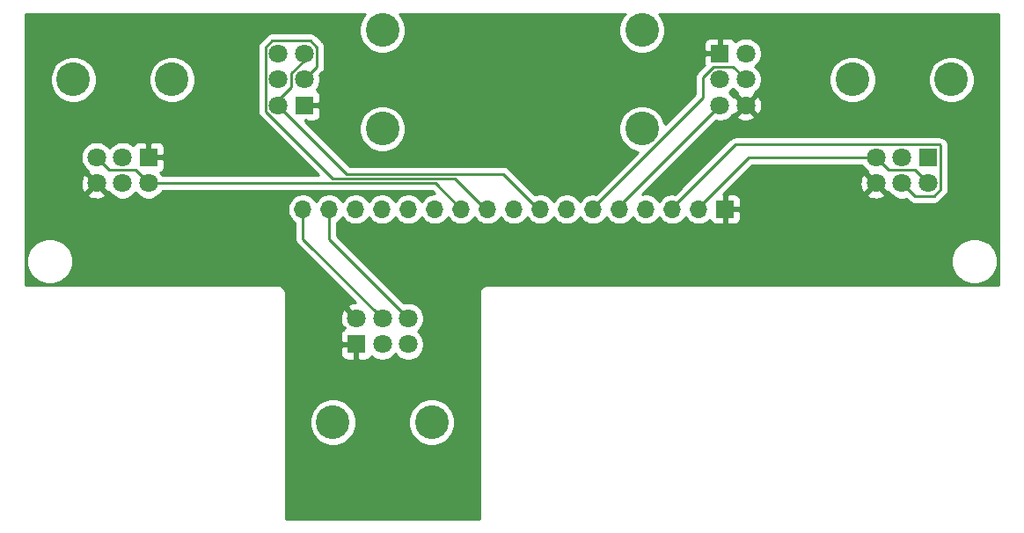
<source format=gbr>
%TF.GenerationSoftware,KiCad,Pcbnew,5.1.10-88a1d61d58~88~ubuntu20.04.1*%
%TF.CreationDate,2021-07-03T15:31:20-04:00*%
%TF.ProjectId,ao_output,616f5f6f-7574-4707-9574-2e6b69636164,rev?*%
%TF.SameCoordinates,Original*%
%TF.FileFunction,Copper,L1,Top*%
%TF.FilePolarity,Positive*%
%FSLAX46Y46*%
G04 Gerber Fmt 4.6, Leading zero omitted, Abs format (unit mm)*
G04 Created by KiCad (PCBNEW 5.1.10-88a1d61d58~88~ubuntu20.04.1) date 2021-07-03 15:31:20*
%MOMM*%
%LPD*%
G01*
G04 APERTURE LIST*
%TA.AperFunction,ComponentPad*%
%ADD10R,1.800000X1.800000*%
%TD*%
%TA.AperFunction,ComponentPad*%
%ADD11C,1.800000*%
%TD*%
%TA.AperFunction,ComponentPad*%
%ADD12C,3.240000*%
%TD*%
%TA.AperFunction,ComponentPad*%
%ADD13O,1.700000X1.700000*%
%TD*%
%TA.AperFunction,ComponentPad*%
%ADD14R,1.700000X1.700000*%
%TD*%
%TA.AperFunction,Conductor*%
%ADD15C,0.250000*%
%TD*%
%TA.AperFunction,Conductor*%
%ADD16C,0.254000*%
%TD*%
%TA.AperFunction,Conductor*%
%ADD17C,0.100000*%
%TD*%
G04 APERTURE END LIST*
D10*
%TO.P,RV8,1*%
%TO.N,GND2*%
X-85000000Y-124500000D03*
D11*
%TO.P,RV8,2*%
%TO.N,CH4R*%
X-87500000Y-124500000D03*
%TO.P,RV8,3*%
%TO.N,CH4*%
X-90000000Y-124500000D03*
D12*
%TO.P,RV8,*%
%TO.N,*%
X-92250000Y-117000000D03*
X-82750000Y-117000000D03*
D11*
%TO.P,RV8,6*%
%TO.N,GND2*%
X-90000000Y-127000000D03*
%TO.P,RV8,5*%
%TO.N,CH4L*%
X-87500000Y-127000000D03*
%TO.P,RV8,4*%
%TO.N,CH4*%
X-85000000Y-127000000D03*
%TD*%
%TO.P,RV6,4*%
%TO.N,CH2*%
X-27500000Y-114500000D03*
%TO.P,RV6,5*%
%TO.N,CH2L*%
X-27500000Y-117000000D03*
%TO.P,RV6,6*%
%TO.N,GND2*%
X-27500000Y-119500000D03*
D12*
%TO.P,RV6,*%
%TO.N,*%
X-37500000Y-112250000D03*
X-37500000Y-121750000D03*
D11*
%TO.P,RV6,3*%
%TO.N,CH2*%
X-30000000Y-119500000D03*
%TO.P,RV6,2*%
%TO.N,CH2R*%
X-30000000Y-117000000D03*
D10*
%TO.P,RV6,1*%
%TO.N,GND2*%
X-30000000Y-114500000D03*
%TD*%
%TO.P,RV5,1*%
%TO.N,GND2*%
X-10000000Y-124500000D03*
D11*
%TO.P,RV5,2*%
%TO.N,CH1R*%
X-12500000Y-124500000D03*
%TO.P,RV5,3*%
%TO.N,CH1*%
X-15000000Y-124500000D03*
D12*
%TO.P,RV5,*%
%TO.N,*%
X-17250000Y-117000000D03*
X-7750000Y-117000000D03*
D11*
%TO.P,RV5,6*%
%TO.N,GND2*%
X-15000000Y-127000000D03*
%TO.P,RV5,5*%
%TO.N,CH1L*%
X-12500000Y-127000000D03*
%TO.P,RV5,4*%
%TO.N,CH1*%
X-10000000Y-127000000D03*
%TD*%
D10*
%TO.P,RV7,1*%
%TO.N,GND2*%
X-70000000Y-119500000D03*
D11*
%TO.P,RV7,2*%
%TO.N,CH3R*%
X-70000000Y-117000000D03*
%TO.P,RV7,3*%
%TO.N,CH3*%
X-70000000Y-114500000D03*
D12*
%TO.P,RV7,*%
%TO.N,*%
X-62500000Y-112250000D03*
X-62500000Y-121750000D03*
D11*
%TO.P,RV7,6*%
%TO.N,GND2*%
X-72500000Y-114500000D03*
%TO.P,RV7,5*%
%TO.N,CH3L*%
X-72500000Y-117000000D03*
%TO.P,RV7,4*%
%TO.N,CH3*%
X-72500000Y-119500000D03*
%TD*%
D13*
%TO.P,J12,17*%
%TO.N,PHONESRA*%
X-70140000Y-129500000D03*
%TO.P,J12,16*%
%TO.N,PHONESR*%
X-67600000Y-129500000D03*
%TO.P,J12,15*%
%TO.N,PHONESLA*%
X-65060000Y-129500000D03*
%TO.P,J12,14*%
%TO.N,PHONESL*%
X-62520000Y-129500000D03*
%TO.P,J12,13*%
%TO.N,CH4R*%
X-59980000Y-129500000D03*
%TO.P,J12,12*%
%TO.N,CH4L*%
X-57440000Y-129500000D03*
%TO.P,J12,11*%
%TO.N,CH4*%
X-54900000Y-129500000D03*
%TO.P,J12,10*%
%TO.N,CH3R*%
X-52360000Y-129500000D03*
%TO.P,J12,9*%
%TO.N,CH3L*%
X-49820000Y-129500000D03*
%TO.P,J12,8*%
%TO.N,CH3*%
X-47280000Y-129500000D03*
%TO.P,J12,7*%
%TO.N,CH2R*%
X-44740000Y-129500000D03*
%TO.P,J12,6*%
%TO.N,CH2L*%
X-42200000Y-129500000D03*
%TO.P,J12,5*%
%TO.N,CH2*%
X-39660000Y-129500000D03*
%TO.P,J12,4*%
%TO.N,CH1R*%
X-37120000Y-129500000D03*
%TO.P,J12,3*%
%TO.N,CH1L*%
X-34580000Y-129500000D03*
%TO.P,J12,2*%
%TO.N,CH1*%
X-32040000Y-129500000D03*
D14*
%TO.P,J12,1*%
%TO.N,GND2*%
X-29500000Y-129500000D03*
%TD*%
D10*
%TO.P,RV9,1*%
%TO.N,GND2*%
X-65000000Y-142500000D03*
D11*
%TO.P,RV9,2*%
%TO.N,PHONESLA*%
X-62500000Y-142500000D03*
%TO.P,RV9,3*%
%TO.N,PHONESL*%
X-60000000Y-142500000D03*
D12*
%TO.P,RV9,*%
%TO.N,*%
X-57750000Y-150000000D03*
X-67250000Y-150000000D03*
D11*
%TO.P,RV9,6*%
%TO.N,PHONESR*%
X-60000000Y-140000000D03*
%TO.P,RV9,5*%
%TO.N,PHONESRA*%
X-62500000Y-140000000D03*
%TO.P,RV9,4*%
%TO.N,GND2*%
X-65000000Y-140000000D03*
%TD*%
D15*
%TO.N,PHONESRA*%
X-70140000Y-129500000D02*
X-70140000Y-132360000D01*
X-70140000Y-132360000D02*
X-62500000Y-140000000D01*
%TO.N,PHONESR*%
X-67600000Y-132400000D02*
X-60000000Y-140000000D01*
X-67600000Y-129500000D02*
X-67600000Y-132400000D01*
%TO.N,CH4*%
X-85000000Y-127000000D02*
X-57400000Y-127000000D01*
X-90000000Y-124500000D02*
X-88774999Y-125725001D01*
X-57400000Y-127000000D02*
X-54900000Y-129500000D01*
X-86274999Y-125725001D02*
X-85000000Y-127000000D01*
X-88774999Y-125725001D02*
X-86274999Y-125725001D01*
%TO.N,CH3R*%
X-68774999Y-115774999D02*
X-70000000Y-117000000D01*
X-68774999Y-113911999D02*
X-68774999Y-115774999D01*
X-69411999Y-113274999D02*
X-68774999Y-113911999D01*
X-73088001Y-113274999D02*
X-69411999Y-113274999D01*
X-73725001Y-113911999D02*
X-73088001Y-113274999D01*
X-67263012Y-126549990D02*
X-73725001Y-120088001D01*
X-55490010Y-126549990D02*
X-67263012Y-126549990D01*
X-52540000Y-129500000D02*
X-55490010Y-126549990D01*
X-73725001Y-120088001D02*
X-73725001Y-113911999D01*
X-52360000Y-129500000D02*
X-52540000Y-129500000D01*
%TO.N,CH3*%
X-50860020Y-126099980D02*
X-47460000Y-129500000D01*
X-70000000Y-114500000D02*
X-70000000Y-115186998D01*
X-65900020Y-126099980D02*
X-50860020Y-126099980D01*
X-72500000Y-118982000D02*
X-72500000Y-119500000D01*
X-70000000Y-115186998D02*
X-71225001Y-116411999D01*
X-71225001Y-117707001D02*
X-72500000Y-118982000D01*
X-47460000Y-129500000D02*
X-47280000Y-129500000D01*
X-71225001Y-116411999D02*
X-71225001Y-117707001D01*
X-72500000Y-119500000D02*
X-65900020Y-126099980D01*
%TO.N,CH2L*%
X-28725001Y-115774999D02*
X-27500000Y-117000000D01*
X-30588001Y-115774999D02*
X-28725001Y-115774999D01*
X-31623000Y-116809998D02*
X-30588001Y-115774999D01*
X-31623000Y-118751602D02*
X-31623000Y-116809998D01*
X-42200000Y-129328602D02*
X-31623000Y-118751602D01*
X-42200000Y-129500000D02*
X-42200000Y-129328602D01*
%TO.N,CH2*%
X-39660000Y-129160000D02*
X-39660000Y-129500000D01*
X-30000000Y-119500000D02*
X-39660000Y-129160000D01*
%TO.N,CH1L*%
X-11274999Y-128225001D02*
X-12500000Y-127000000D01*
X-8774999Y-127588001D02*
X-9411999Y-128225001D01*
X-8774999Y-123339999D02*
X-8774999Y-127588001D01*
X-8839999Y-123274999D02*
X-8774999Y-123339999D01*
X-9411999Y-128225001D02*
X-11274999Y-128225001D01*
X-28534999Y-123274999D02*
X-8839999Y-123274999D01*
X-34580000Y-129320000D02*
X-28534999Y-123274999D01*
X-34580000Y-129500000D02*
X-34580000Y-129320000D01*
%TO.N,CH1*%
X-11274999Y-125725001D02*
X-13774999Y-125725001D01*
X-32040000Y-129320000D02*
X-27220000Y-124500000D01*
X-32040000Y-129500000D02*
X-32040000Y-129320000D01*
X-13774999Y-125725001D02*
X-15000000Y-124500000D01*
X-27220000Y-124500000D02*
X-15000000Y-124500000D01*
X-10000000Y-127000000D02*
X-11274999Y-125725001D01*
%TD*%
D16*
%TO.N,GND2*%
X-64251573Y-110812521D02*
X-64498355Y-111181857D01*
X-64668342Y-111592241D01*
X-64755000Y-112027902D01*
X-64755000Y-112472098D01*
X-64668342Y-112907759D01*
X-64498355Y-113318143D01*
X-64251573Y-113687479D01*
X-63937479Y-114001573D01*
X-63568143Y-114248355D01*
X-63157759Y-114418342D01*
X-62722098Y-114505000D01*
X-62277902Y-114505000D01*
X-61842241Y-114418342D01*
X-61431857Y-114248355D01*
X-61062521Y-114001573D01*
X-60748427Y-113687479D01*
X-60501645Y-113318143D01*
X-60331658Y-112907759D01*
X-60245000Y-112472098D01*
X-60245000Y-112027902D01*
X-60331658Y-111592241D01*
X-60501645Y-111181857D01*
X-60748427Y-110812521D01*
X-60875948Y-110685000D01*
X-39124052Y-110685000D01*
X-39251573Y-110812521D01*
X-39498355Y-111181857D01*
X-39668342Y-111592241D01*
X-39755000Y-112027902D01*
X-39755000Y-112472098D01*
X-39668342Y-112907759D01*
X-39498355Y-113318143D01*
X-39251573Y-113687479D01*
X-38937479Y-114001573D01*
X-38568143Y-114248355D01*
X-38157759Y-114418342D01*
X-37722098Y-114505000D01*
X-37277902Y-114505000D01*
X-36842241Y-114418342D01*
X-36431857Y-114248355D01*
X-36062521Y-114001573D01*
X-35748427Y-113687479D01*
X-35689976Y-113600000D01*
X-31538072Y-113600000D01*
X-31535000Y-114214250D01*
X-31376250Y-114373000D01*
X-30127000Y-114373000D01*
X-30127000Y-113123750D01*
X-30285750Y-112965000D01*
X-30900000Y-112961928D01*
X-31024482Y-112974188D01*
X-31144180Y-113010498D01*
X-31254494Y-113069463D01*
X-31351185Y-113148815D01*
X-31430537Y-113245506D01*
X-31489502Y-113355820D01*
X-31525812Y-113475518D01*
X-31538072Y-113600000D01*
X-35689976Y-113600000D01*
X-35501645Y-113318143D01*
X-35331658Y-112907759D01*
X-35245000Y-112472098D01*
X-35245000Y-112027902D01*
X-35331658Y-111592241D01*
X-35501645Y-111181857D01*
X-35748427Y-110812521D01*
X-35875948Y-110685000D01*
X-3185000Y-110685000D01*
X-3184999Y-136815000D01*
X-52466353Y-136815000D01*
X-52500000Y-136811686D01*
X-52533647Y-136815000D01*
X-52634283Y-136824912D01*
X-52763406Y-136864081D01*
X-52882407Y-136927688D01*
X-52986711Y-137013289D01*
X-53072312Y-137117593D01*
X-53135919Y-137236594D01*
X-53175088Y-137365717D01*
X-53188314Y-137500000D01*
X-53185000Y-137533646D01*
X-53184999Y-159315000D01*
X-71815000Y-159315000D01*
X-71815000Y-149777902D01*
X-69505000Y-149777902D01*
X-69505000Y-150222098D01*
X-69418342Y-150657759D01*
X-69248355Y-151068143D01*
X-69001573Y-151437479D01*
X-68687479Y-151751573D01*
X-68318143Y-151998355D01*
X-67907759Y-152168342D01*
X-67472098Y-152255000D01*
X-67027902Y-152255000D01*
X-66592241Y-152168342D01*
X-66181857Y-151998355D01*
X-65812521Y-151751573D01*
X-65498427Y-151437479D01*
X-65251645Y-151068143D01*
X-65081658Y-150657759D01*
X-64995000Y-150222098D01*
X-64995000Y-149777902D01*
X-60005000Y-149777902D01*
X-60005000Y-150222098D01*
X-59918342Y-150657759D01*
X-59748355Y-151068143D01*
X-59501573Y-151437479D01*
X-59187479Y-151751573D01*
X-58818143Y-151998355D01*
X-58407759Y-152168342D01*
X-57972098Y-152255000D01*
X-57527902Y-152255000D01*
X-57092241Y-152168342D01*
X-56681857Y-151998355D01*
X-56312521Y-151751573D01*
X-55998427Y-151437479D01*
X-55751645Y-151068143D01*
X-55581658Y-150657759D01*
X-55495000Y-150222098D01*
X-55495000Y-149777902D01*
X-55581658Y-149342241D01*
X-55751645Y-148931857D01*
X-55998427Y-148562521D01*
X-56312521Y-148248427D01*
X-56681857Y-148001645D01*
X-57092241Y-147831658D01*
X-57527902Y-147745000D01*
X-57972098Y-147745000D01*
X-58407759Y-147831658D01*
X-58818143Y-148001645D01*
X-59187479Y-148248427D01*
X-59501573Y-148562521D01*
X-59748355Y-148931857D01*
X-59918342Y-149342241D01*
X-60005000Y-149777902D01*
X-64995000Y-149777902D01*
X-65081658Y-149342241D01*
X-65251645Y-148931857D01*
X-65498427Y-148562521D01*
X-65812521Y-148248427D01*
X-66181857Y-148001645D01*
X-66592241Y-147831658D01*
X-67027902Y-147745000D01*
X-67472098Y-147745000D01*
X-67907759Y-147831658D01*
X-68318143Y-148001645D01*
X-68687479Y-148248427D01*
X-69001573Y-148562521D01*
X-69248355Y-148931857D01*
X-69418342Y-149342241D01*
X-69505000Y-149777902D01*
X-71815000Y-149777902D01*
X-71815000Y-143400000D01*
X-66538072Y-143400000D01*
X-66525812Y-143524482D01*
X-66489502Y-143644180D01*
X-66430537Y-143754494D01*
X-66351185Y-143851185D01*
X-66254494Y-143930537D01*
X-66144180Y-143989502D01*
X-66024482Y-144025812D01*
X-65900000Y-144038072D01*
X-65285750Y-144035000D01*
X-65127000Y-143876250D01*
X-65127000Y-142627000D01*
X-66376250Y-142627000D01*
X-66535000Y-142785750D01*
X-66538072Y-143400000D01*
X-71815000Y-143400000D01*
X-71815000Y-137533646D01*
X-71811686Y-137500000D01*
X-71824912Y-137365717D01*
X-71864081Y-137236594D01*
X-71927688Y-137117593D01*
X-72013289Y-137013289D01*
X-72117593Y-136927688D01*
X-72236594Y-136864081D01*
X-72365717Y-136824912D01*
X-72466353Y-136815000D01*
X-72500000Y-136811686D01*
X-72533647Y-136815000D01*
X-96815000Y-136815000D01*
X-96815000Y-134279872D01*
X-96735000Y-134279872D01*
X-96735000Y-134720128D01*
X-96649110Y-135151925D01*
X-96480631Y-135558669D01*
X-96236038Y-135924729D01*
X-95924729Y-136236038D01*
X-95558669Y-136480631D01*
X-95151925Y-136649110D01*
X-94720128Y-136735000D01*
X-94279872Y-136735000D01*
X-93848075Y-136649110D01*
X-93441331Y-136480631D01*
X-93075271Y-136236038D01*
X-92763962Y-135924729D01*
X-92519369Y-135558669D01*
X-92350890Y-135151925D01*
X-92265000Y-134720128D01*
X-92265000Y-134279872D01*
X-92350890Y-133848075D01*
X-92519369Y-133441331D01*
X-92763962Y-133075271D01*
X-93075271Y-132763962D01*
X-93441331Y-132519369D01*
X-93848075Y-132350890D01*
X-94279872Y-132265000D01*
X-94720128Y-132265000D01*
X-95151925Y-132350890D01*
X-95558669Y-132519369D01*
X-95924729Y-132763962D01*
X-96236038Y-133075271D01*
X-96480631Y-133441331D01*
X-96649110Y-133848075D01*
X-96735000Y-134279872D01*
X-96815000Y-134279872D01*
X-96815000Y-128064080D01*
X-90884475Y-128064080D01*
X-90800792Y-128318261D01*
X-90528225Y-128449158D01*
X-90235358Y-128524365D01*
X-89933447Y-128540991D01*
X-89634093Y-128498397D01*
X-89348801Y-128398222D01*
X-89199208Y-128318261D01*
X-89115525Y-128064080D01*
X-90000000Y-127179605D01*
X-90884475Y-128064080D01*
X-96815000Y-128064080D01*
X-96815000Y-127066553D01*
X-91540991Y-127066553D01*
X-91498397Y-127365907D01*
X-91398222Y-127651199D01*
X-91318261Y-127800792D01*
X-91064080Y-127884475D01*
X-90179605Y-127000000D01*
X-91064080Y-126115525D01*
X-91318261Y-126199208D01*
X-91449158Y-126471775D01*
X-91524365Y-126764642D01*
X-91540991Y-127066553D01*
X-96815000Y-127066553D01*
X-96815000Y-124348816D01*
X-91535000Y-124348816D01*
X-91535000Y-124651184D01*
X-91476011Y-124947743D01*
X-91360299Y-125227095D01*
X-91192312Y-125478505D01*
X-90978505Y-125692312D01*
X-90835690Y-125787738D01*
X-90884475Y-125935920D01*
X-90000000Y-126820395D01*
X-89985858Y-126806253D01*
X-89806253Y-126985858D01*
X-89820395Y-127000000D01*
X-88935920Y-127884475D01*
X-88787738Y-127835690D01*
X-88692312Y-127978505D01*
X-88478505Y-128192312D01*
X-88227095Y-128360299D01*
X-87947743Y-128476011D01*
X-87651184Y-128535000D01*
X-87348816Y-128535000D01*
X-87052257Y-128476011D01*
X-86772905Y-128360299D01*
X-86521495Y-128192312D01*
X-86307688Y-127978505D01*
X-86250000Y-127892169D01*
X-86192312Y-127978505D01*
X-85978505Y-128192312D01*
X-85727095Y-128360299D01*
X-85447743Y-128476011D01*
X-85151184Y-128535000D01*
X-84848816Y-128535000D01*
X-84552257Y-128476011D01*
X-84272905Y-128360299D01*
X-84021495Y-128192312D01*
X-83807688Y-127978505D01*
X-83661687Y-127760000D01*
X-57714801Y-127760000D01*
X-57459801Y-128015000D01*
X-57586260Y-128015000D01*
X-57873158Y-128072068D01*
X-58143411Y-128184010D01*
X-58386632Y-128346525D01*
X-58593475Y-128553368D01*
X-58710000Y-128727760D01*
X-58826525Y-128553368D01*
X-59033368Y-128346525D01*
X-59276589Y-128184010D01*
X-59546842Y-128072068D01*
X-59833740Y-128015000D01*
X-60126260Y-128015000D01*
X-60413158Y-128072068D01*
X-60683411Y-128184010D01*
X-60926632Y-128346525D01*
X-61133475Y-128553368D01*
X-61250000Y-128727760D01*
X-61366525Y-128553368D01*
X-61573368Y-128346525D01*
X-61816589Y-128184010D01*
X-62086842Y-128072068D01*
X-62373740Y-128015000D01*
X-62666260Y-128015000D01*
X-62953158Y-128072068D01*
X-63223411Y-128184010D01*
X-63466632Y-128346525D01*
X-63673475Y-128553368D01*
X-63790000Y-128727760D01*
X-63906525Y-128553368D01*
X-64113368Y-128346525D01*
X-64356589Y-128184010D01*
X-64626842Y-128072068D01*
X-64913740Y-128015000D01*
X-65206260Y-128015000D01*
X-65493158Y-128072068D01*
X-65763411Y-128184010D01*
X-66006632Y-128346525D01*
X-66213475Y-128553368D01*
X-66330000Y-128727760D01*
X-66446525Y-128553368D01*
X-66653368Y-128346525D01*
X-66896589Y-128184010D01*
X-67166842Y-128072068D01*
X-67453740Y-128015000D01*
X-67746260Y-128015000D01*
X-68033158Y-128072068D01*
X-68303411Y-128184010D01*
X-68546632Y-128346525D01*
X-68753475Y-128553368D01*
X-68870000Y-128727760D01*
X-68986525Y-128553368D01*
X-69193368Y-128346525D01*
X-69436589Y-128184010D01*
X-69706842Y-128072068D01*
X-69993740Y-128015000D01*
X-70286260Y-128015000D01*
X-70573158Y-128072068D01*
X-70843411Y-128184010D01*
X-71086632Y-128346525D01*
X-71293475Y-128553368D01*
X-71455990Y-128796589D01*
X-71567932Y-129066842D01*
X-71625000Y-129353740D01*
X-71625000Y-129646260D01*
X-71567932Y-129933158D01*
X-71455990Y-130203411D01*
X-71293475Y-130446632D01*
X-71086632Y-130653475D01*
X-70900000Y-130778179D01*
X-70899999Y-132322668D01*
X-70903676Y-132360000D01*
X-70889002Y-132508985D01*
X-70845546Y-132652246D01*
X-70774974Y-132784276D01*
X-70742146Y-132824276D01*
X-70680000Y-132900001D01*
X-70651002Y-132923799D01*
X-65109659Y-138465142D01*
X-65365907Y-138501603D01*
X-65651199Y-138601778D01*
X-65800792Y-138681739D01*
X-65884475Y-138935920D01*
X-65000000Y-139820395D01*
X-64985858Y-139806253D01*
X-64806253Y-139985858D01*
X-64820395Y-140000000D01*
X-64806253Y-140014143D01*
X-64985858Y-140193748D01*
X-65000000Y-140179605D01*
X-65014143Y-140193748D01*
X-65193748Y-140014143D01*
X-65179605Y-140000000D01*
X-66064080Y-139115525D01*
X-66318261Y-139199208D01*
X-66449158Y-139471775D01*
X-66524365Y-139764642D01*
X-66540991Y-140066553D01*
X-66498397Y-140365907D01*
X-66398222Y-140651199D01*
X-66318261Y-140800792D01*
X-66064082Y-140884474D01*
X-66180030Y-141000422D01*
X-66160976Y-141019476D01*
X-66254494Y-141069463D01*
X-66351185Y-141148815D01*
X-66430537Y-141245506D01*
X-66489502Y-141355820D01*
X-66525812Y-141475518D01*
X-66538072Y-141600000D01*
X-66535000Y-142214250D01*
X-66376250Y-142373000D01*
X-65127000Y-142373000D01*
X-65127000Y-142353000D01*
X-64873000Y-142353000D01*
X-64873000Y-142373000D01*
X-64853000Y-142373000D01*
X-64853000Y-142627000D01*
X-64873000Y-142627000D01*
X-64873000Y-143876250D01*
X-64714250Y-144035000D01*
X-64100000Y-144038072D01*
X-63975518Y-144025812D01*
X-63855820Y-143989502D01*
X-63745506Y-143930537D01*
X-63648815Y-143851185D01*
X-63569463Y-143754494D01*
X-63516120Y-143654697D01*
X-63478505Y-143692312D01*
X-63227095Y-143860299D01*
X-62947743Y-143976011D01*
X-62651184Y-144035000D01*
X-62348816Y-144035000D01*
X-62052257Y-143976011D01*
X-61772905Y-143860299D01*
X-61521495Y-143692312D01*
X-61307688Y-143478505D01*
X-61250000Y-143392169D01*
X-61192312Y-143478505D01*
X-60978505Y-143692312D01*
X-60727095Y-143860299D01*
X-60447743Y-143976011D01*
X-60151184Y-144035000D01*
X-59848816Y-144035000D01*
X-59552257Y-143976011D01*
X-59272905Y-143860299D01*
X-59021495Y-143692312D01*
X-58807688Y-143478505D01*
X-58639701Y-143227095D01*
X-58523989Y-142947743D01*
X-58465000Y-142651184D01*
X-58465000Y-142348816D01*
X-58523989Y-142052257D01*
X-58639701Y-141772905D01*
X-58807688Y-141521495D01*
X-59021495Y-141307688D01*
X-59107831Y-141250000D01*
X-59021495Y-141192312D01*
X-58807688Y-140978505D01*
X-58639701Y-140727095D01*
X-58523989Y-140447743D01*
X-58465000Y-140151184D01*
X-58465000Y-139848816D01*
X-58523989Y-139552257D01*
X-58639701Y-139272905D01*
X-58807688Y-139021495D01*
X-59021495Y-138807688D01*
X-59272905Y-138639701D01*
X-59552257Y-138523989D01*
X-59848816Y-138465000D01*
X-60151184Y-138465000D01*
X-60408930Y-138516269D01*
X-64645327Y-134279872D01*
X-7735000Y-134279872D01*
X-7735000Y-134720128D01*
X-7649110Y-135151925D01*
X-7480631Y-135558669D01*
X-7236038Y-135924729D01*
X-6924729Y-136236038D01*
X-6558669Y-136480631D01*
X-6151925Y-136649110D01*
X-5720128Y-136735000D01*
X-5279872Y-136735000D01*
X-4848075Y-136649110D01*
X-4441331Y-136480631D01*
X-4075271Y-136236038D01*
X-3763962Y-135924729D01*
X-3519369Y-135558669D01*
X-3350890Y-135151925D01*
X-3265000Y-134720128D01*
X-3265000Y-134279872D01*
X-3350890Y-133848075D01*
X-3519369Y-133441331D01*
X-3763962Y-133075271D01*
X-4075271Y-132763962D01*
X-4441331Y-132519369D01*
X-4848075Y-132350890D01*
X-5279872Y-132265000D01*
X-5720128Y-132265000D01*
X-6151925Y-132350890D01*
X-6558669Y-132519369D01*
X-6924729Y-132763962D01*
X-7236038Y-133075271D01*
X-7480631Y-133441331D01*
X-7649110Y-133848075D01*
X-7735000Y-134279872D01*
X-64645327Y-134279872D01*
X-66840000Y-132085199D01*
X-66840000Y-130778178D01*
X-66653368Y-130653475D01*
X-66446525Y-130446632D01*
X-66330000Y-130272240D01*
X-66213475Y-130446632D01*
X-66006632Y-130653475D01*
X-65763411Y-130815990D01*
X-65493158Y-130927932D01*
X-65206260Y-130985000D01*
X-64913740Y-130985000D01*
X-64626842Y-130927932D01*
X-64356589Y-130815990D01*
X-64113368Y-130653475D01*
X-63906525Y-130446632D01*
X-63790000Y-130272240D01*
X-63673475Y-130446632D01*
X-63466632Y-130653475D01*
X-63223411Y-130815990D01*
X-62953158Y-130927932D01*
X-62666260Y-130985000D01*
X-62373740Y-130985000D01*
X-62086842Y-130927932D01*
X-61816589Y-130815990D01*
X-61573368Y-130653475D01*
X-61366525Y-130446632D01*
X-61250000Y-130272240D01*
X-61133475Y-130446632D01*
X-60926632Y-130653475D01*
X-60683411Y-130815990D01*
X-60413158Y-130927932D01*
X-60126260Y-130985000D01*
X-59833740Y-130985000D01*
X-59546842Y-130927932D01*
X-59276589Y-130815990D01*
X-59033368Y-130653475D01*
X-58826525Y-130446632D01*
X-58710000Y-130272240D01*
X-58593475Y-130446632D01*
X-58386632Y-130653475D01*
X-58143411Y-130815990D01*
X-57873158Y-130927932D01*
X-57586260Y-130985000D01*
X-57293740Y-130985000D01*
X-57006842Y-130927932D01*
X-56736589Y-130815990D01*
X-56493368Y-130653475D01*
X-56286525Y-130446632D01*
X-56170000Y-130272240D01*
X-56053475Y-130446632D01*
X-55846632Y-130653475D01*
X-55603411Y-130815990D01*
X-55333158Y-130927932D01*
X-55046260Y-130985000D01*
X-54753740Y-130985000D01*
X-54466842Y-130927932D01*
X-54196589Y-130815990D01*
X-53953368Y-130653475D01*
X-53746525Y-130446632D01*
X-53630000Y-130272240D01*
X-53513475Y-130446632D01*
X-53306632Y-130653475D01*
X-53063411Y-130815990D01*
X-52793158Y-130927932D01*
X-52506260Y-130985000D01*
X-52213740Y-130985000D01*
X-51926842Y-130927932D01*
X-51656589Y-130815990D01*
X-51413368Y-130653475D01*
X-51206525Y-130446632D01*
X-51090000Y-130272240D01*
X-50973475Y-130446632D01*
X-50766632Y-130653475D01*
X-50523411Y-130815990D01*
X-50253158Y-130927932D01*
X-49966260Y-130985000D01*
X-49673740Y-130985000D01*
X-49386842Y-130927932D01*
X-49116589Y-130815990D01*
X-48873368Y-130653475D01*
X-48666525Y-130446632D01*
X-48550000Y-130272240D01*
X-48433475Y-130446632D01*
X-48226632Y-130653475D01*
X-47983411Y-130815990D01*
X-47713158Y-130927932D01*
X-47426260Y-130985000D01*
X-47133740Y-130985000D01*
X-46846842Y-130927932D01*
X-46576589Y-130815990D01*
X-46333368Y-130653475D01*
X-46126525Y-130446632D01*
X-46010000Y-130272240D01*
X-45893475Y-130446632D01*
X-45686632Y-130653475D01*
X-45443411Y-130815990D01*
X-45173158Y-130927932D01*
X-44886260Y-130985000D01*
X-44593740Y-130985000D01*
X-44306842Y-130927932D01*
X-44036589Y-130815990D01*
X-43793368Y-130653475D01*
X-43586525Y-130446632D01*
X-43470000Y-130272240D01*
X-43353475Y-130446632D01*
X-43146632Y-130653475D01*
X-42903411Y-130815990D01*
X-42633158Y-130927932D01*
X-42346260Y-130985000D01*
X-42053740Y-130985000D01*
X-41766842Y-130927932D01*
X-41496589Y-130815990D01*
X-41253368Y-130653475D01*
X-41046525Y-130446632D01*
X-40930000Y-130272240D01*
X-40813475Y-130446632D01*
X-40606632Y-130653475D01*
X-40363411Y-130815990D01*
X-40093158Y-130927932D01*
X-39806260Y-130985000D01*
X-39513740Y-130985000D01*
X-39226842Y-130927932D01*
X-38956589Y-130815990D01*
X-38713368Y-130653475D01*
X-38506525Y-130446632D01*
X-38390000Y-130272240D01*
X-38273475Y-130446632D01*
X-38066632Y-130653475D01*
X-37823411Y-130815990D01*
X-37553158Y-130927932D01*
X-37266260Y-130985000D01*
X-36973740Y-130985000D01*
X-36686842Y-130927932D01*
X-36416589Y-130815990D01*
X-36173368Y-130653475D01*
X-35966525Y-130446632D01*
X-35850000Y-130272240D01*
X-35733475Y-130446632D01*
X-35526632Y-130653475D01*
X-35283411Y-130815990D01*
X-35013158Y-130927932D01*
X-34726260Y-130985000D01*
X-34433740Y-130985000D01*
X-34146842Y-130927932D01*
X-33876589Y-130815990D01*
X-33633368Y-130653475D01*
X-33426525Y-130446632D01*
X-33310000Y-130272240D01*
X-33193475Y-130446632D01*
X-32986632Y-130653475D01*
X-32743411Y-130815990D01*
X-32473158Y-130927932D01*
X-32186260Y-130985000D01*
X-31893740Y-130985000D01*
X-31606842Y-130927932D01*
X-31336589Y-130815990D01*
X-31093368Y-130653475D01*
X-30961513Y-130521620D01*
X-30939502Y-130594180D01*
X-30880537Y-130704494D01*
X-30801185Y-130801185D01*
X-30704494Y-130880537D01*
X-30594180Y-130939502D01*
X-30474482Y-130975812D01*
X-30350000Y-130988072D01*
X-29785750Y-130985000D01*
X-29627000Y-130826250D01*
X-29627000Y-129627000D01*
X-29373000Y-129627000D01*
X-29373000Y-130826250D01*
X-29214250Y-130985000D01*
X-28650000Y-130988072D01*
X-28525518Y-130975812D01*
X-28405820Y-130939502D01*
X-28295506Y-130880537D01*
X-28198815Y-130801185D01*
X-28119463Y-130704494D01*
X-28060498Y-130594180D01*
X-28024188Y-130474482D01*
X-28011928Y-130350000D01*
X-28015000Y-129785750D01*
X-28173750Y-129627000D01*
X-29373000Y-129627000D01*
X-29627000Y-129627000D01*
X-29647000Y-129627000D01*
X-29647000Y-129373000D01*
X-29627000Y-129373000D01*
X-29627000Y-128173750D01*
X-29373000Y-128173750D01*
X-29373000Y-129373000D01*
X-28173750Y-129373000D01*
X-28015000Y-129214250D01*
X-28011928Y-128650000D01*
X-28024188Y-128525518D01*
X-28060498Y-128405820D01*
X-28119463Y-128295506D01*
X-28198815Y-128198815D01*
X-28295506Y-128119463D01*
X-28399118Y-128064080D01*
X-15884475Y-128064080D01*
X-15800792Y-128318261D01*
X-15528225Y-128449158D01*
X-15235358Y-128524365D01*
X-14933447Y-128540991D01*
X-14634093Y-128498397D01*
X-14348801Y-128398222D01*
X-14199208Y-128318261D01*
X-14115525Y-128064080D01*
X-15000000Y-127179605D01*
X-15884475Y-128064080D01*
X-28399118Y-128064080D01*
X-28405820Y-128060498D01*
X-28525518Y-128024188D01*
X-28650000Y-128011928D01*
X-29214250Y-128015000D01*
X-29373000Y-128173750D01*
X-29627000Y-128173750D01*
X-29722974Y-128077776D01*
X-28711751Y-127066553D01*
X-16540991Y-127066553D01*
X-16498397Y-127365907D01*
X-16398222Y-127651199D01*
X-16318261Y-127800792D01*
X-16064080Y-127884475D01*
X-15179605Y-127000000D01*
X-16064080Y-126115525D01*
X-16318261Y-126199208D01*
X-16449158Y-126471775D01*
X-16524365Y-126764642D01*
X-16540991Y-127066553D01*
X-28711751Y-127066553D01*
X-26905198Y-125260000D01*
X-16338313Y-125260000D01*
X-16192312Y-125478505D01*
X-15978505Y-125692312D01*
X-15835690Y-125787738D01*
X-15884475Y-125935920D01*
X-15000000Y-126820395D01*
X-14985858Y-126806253D01*
X-14806253Y-126985858D01*
X-14820395Y-127000000D01*
X-13935920Y-127884475D01*
X-13787738Y-127835690D01*
X-13692312Y-127978505D01*
X-13478505Y-128192312D01*
X-13227095Y-128360299D01*
X-12947743Y-128476011D01*
X-12651184Y-128535000D01*
X-12348816Y-128535000D01*
X-12091070Y-128483731D01*
X-11838798Y-128736004D01*
X-11815000Y-128765002D01*
X-11786002Y-128788800D01*
X-11699276Y-128859975D01*
X-11567246Y-128930547D01*
X-11423985Y-128974004D01*
X-11312332Y-128985001D01*
X-11312323Y-128985001D01*
X-11275000Y-128988677D01*
X-11237677Y-128985001D01*
X-9449321Y-128985001D01*
X-9411999Y-128988677D01*
X-9374677Y-128985001D01*
X-9374666Y-128985001D01*
X-9263013Y-128974004D01*
X-9119752Y-128930547D01*
X-8987723Y-128859975D01*
X-8871998Y-128765002D01*
X-8848196Y-128735999D01*
X-8263997Y-128151801D01*
X-8234998Y-128128002D01*
X-8192333Y-128076015D01*
X-8140025Y-128012278D01*
X-8069453Y-127880248D01*
X-8045351Y-127800792D01*
X-8025996Y-127736987D01*
X-8014999Y-127625334D01*
X-8014999Y-127625325D01*
X-8011323Y-127588002D01*
X-8014999Y-127550679D01*
X-8014999Y-123377322D01*
X-8011323Y-123339999D01*
X-8014999Y-123302677D01*
X-8014999Y-123302666D01*
X-8025996Y-123191013D01*
X-8069453Y-123047752D01*
X-8140025Y-122915723D01*
X-8234998Y-122799998D01*
X-8264001Y-122776196D01*
X-8276195Y-122764002D01*
X-8299998Y-122734998D01*
X-8415723Y-122640025D01*
X-8547752Y-122569453D01*
X-8691013Y-122525996D01*
X-8802666Y-122514999D01*
X-8802677Y-122514999D01*
X-8839999Y-122511323D01*
X-8877321Y-122514999D01*
X-28497677Y-122514999D01*
X-28535000Y-122511323D01*
X-28572323Y-122514999D01*
X-28572332Y-122514999D01*
X-28683985Y-122525996D01*
X-28827246Y-122569453D01*
X-28959275Y-122640025D01*
X-28959277Y-122640026D01*
X-28959276Y-122640026D01*
X-29046003Y-122711200D01*
X-29046007Y-122711204D01*
X-29075000Y-122734998D01*
X-29098794Y-122763991D01*
X-34363728Y-128028926D01*
X-34433740Y-128015000D01*
X-34726260Y-128015000D01*
X-35013158Y-128072068D01*
X-35283411Y-128184010D01*
X-35526632Y-128346525D01*
X-35733475Y-128553368D01*
X-35850000Y-128727760D01*
X-35966525Y-128553368D01*
X-36173368Y-128346525D01*
X-36416589Y-128184010D01*
X-36686842Y-128072068D01*
X-36973740Y-128015000D01*
X-37266260Y-128015000D01*
X-37483389Y-128058190D01*
X-30408930Y-120983731D01*
X-30151184Y-121035000D01*
X-29848816Y-121035000D01*
X-29552257Y-120976011D01*
X-29272905Y-120860299D01*
X-29021495Y-120692312D01*
X-28893263Y-120564080D01*
X-28384475Y-120564080D01*
X-28300792Y-120818261D01*
X-28028225Y-120949158D01*
X-27735358Y-121024365D01*
X-27433447Y-121040991D01*
X-27134093Y-120998397D01*
X-26848801Y-120898222D01*
X-26699208Y-120818261D01*
X-26615525Y-120564080D01*
X-27500000Y-119679605D01*
X-28384475Y-120564080D01*
X-28893263Y-120564080D01*
X-28807688Y-120478505D01*
X-28712262Y-120335690D01*
X-28564080Y-120384475D01*
X-27679605Y-119500000D01*
X-27320395Y-119500000D01*
X-26435920Y-120384475D01*
X-26181739Y-120300792D01*
X-26050842Y-120028225D01*
X-25975635Y-119735358D01*
X-25959009Y-119433447D01*
X-26001603Y-119134093D01*
X-26101778Y-118848801D01*
X-26181739Y-118699208D01*
X-26435920Y-118615525D01*
X-27320395Y-119500000D01*
X-27679605Y-119500000D01*
X-28564080Y-118615525D01*
X-28712262Y-118664310D01*
X-28807688Y-118521495D01*
X-29021495Y-118307688D01*
X-29107831Y-118250000D01*
X-29021495Y-118192312D01*
X-28807688Y-117978505D01*
X-28750000Y-117892169D01*
X-28692312Y-117978505D01*
X-28478505Y-118192312D01*
X-28335690Y-118287738D01*
X-28384475Y-118435920D01*
X-27500000Y-119320395D01*
X-26615525Y-118435920D01*
X-26664310Y-118287738D01*
X-26521495Y-118192312D01*
X-26307688Y-117978505D01*
X-26139701Y-117727095D01*
X-26023989Y-117447743D01*
X-25965000Y-117151184D01*
X-25965000Y-116848816D01*
X-25979105Y-116777902D01*
X-19505000Y-116777902D01*
X-19505000Y-117222098D01*
X-19418342Y-117657759D01*
X-19248355Y-118068143D01*
X-19001573Y-118437479D01*
X-18687479Y-118751573D01*
X-18318143Y-118998355D01*
X-17907759Y-119168342D01*
X-17472098Y-119255000D01*
X-17027902Y-119255000D01*
X-16592241Y-119168342D01*
X-16181857Y-118998355D01*
X-15812521Y-118751573D01*
X-15498427Y-118437479D01*
X-15251645Y-118068143D01*
X-15081658Y-117657759D01*
X-14995000Y-117222098D01*
X-14995000Y-116777902D01*
X-10005000Y-116777902D01*
X-10005000Y-117222098D01*
X-9918342Y-117657759D01*
X-9748355Y-118068143D01*
X-9501573Y-118437479D01*
X-9187479Y-118751573D01*
X-8818143Y-118998355D01*
X-8407759Y-119168342D01*
X-7972098Y-119255000D01*
X-7527902Y-119255000D01*
X-7092241Y-119168342D01*
X-6681857Y-118998355D01*
X-6312521Y-118751573D01*
X-5998427Y-118437479D01*
X-5751645Y-118068143D01*
X-5581658Y-117657759D01*
X-5495000Y-117222098D01*
X-5495000Y-116777902D01*
X-5581658Y-116342241D01*
X-5751645Y-115931857D01*
X-5998427Y-115562521D01*
X-6312521Y-115248427D01*
X-6681857Y-115001645D01*
X-7092241Y-114831658D01*
X-7527902Y-114745000D01*
X-7972098Y-114745000D01*
X-8407759Y-114831658D01*
X-8818143Y-115001645D01*
X-9187479Y-115248427D01*
X-9501573Y-115562521D01*
X-9748355Y-115931857D01*
X-9918342Y-116342241D01*
X-10005000Y-116777902D01*
X-14995000Y-116777902D01*
X-15081658Y-116342241D01*
X-15251645Y-115931857D01*
X-15498427Y-115562521D01*
X-15812521Y-115248427D01*
X-16181857Y-115001645D01*
X-16592241Y-114831658D01*
X-17027902Y-114745000D01*
X-17472098Y-114745000D01*
X-17907759Y-114831658D01*
X-18318143Y-115001645D01*
X-18687479Y-115248427D01*
X-19001573Y-115562521D01*
X-19248355Y-115931857D01*
X-19418342Y-116342241D01*
X-19505000Y-116777902D01*
X-25979105Y-116777902D01*
X-26023989Y-116552257D01*
X-26139701Y-116272905D01*
X-26307688Y-116021495D01*
X-26521495Y-115807688D01*
X-26607831Y-115750000D01*
X-26521495Y-115692312D01*
X-26307688Y-115478505D01*
X-26139701Y-115227095D01*
X-26023989Y-114947743D01*
X-25965000Y-114651184D01*
X-25965000Y-114348816D01*
X-26023989Y-114052257D01*
X-26139701Y-113772905D01*
X-26307688Y-113521495D01*
X-26521495Y-113307688D01*
X-26772905Y-113139701D01*
X-27052257Y-113023989D01*
X-27348816Y-112965000D01*
X-27651184Y-112965000D01*
X-27947743Y-113023989D01*
X-28227095Y-113139701D01*
X-28478505Y-113307688D01*
X-28516120Y-113345303D01*
X-28569463Y-113245506D01*
X-28648815Y-113148815D01*
X-28745506Y-113069463D01*
X-28855820Y-113010498D01*
X-28975518Y-112974188D01*
X-29100000Y-112961928D01*
X-29714250Y-112965000D01*
X-29873000Y-113123750D01*
X-29873000Y-114373000D01*
X-29853000Y-114373000D01*
X-29853000Y-114627000D01*
X-29873000Y-114627000D01*
X-29873000Y-114647000D01*
X-30127000Y-114647000D01*
X-30127000Y-114627000D01*
X-31376250Y-114627000D01*
X-31535000Y-114785750D01*
X-31538072Y-115400000D01*
X-31525812Y-115524482D01*
X-31499389Y-115611586D01*
X-32134002Y-116246199D01*
X-32163000Y-116269997D01*
X-32186798Y-116298995D01*
X-32186799Y-116298996D01*
X-32257974Y-116385722D01*
X-32328546Y-116517752D01*
X-32372002Y-116661013D01*
X-32386676Y-116809998D01*
X-32382999Y-116847330D01*
X-32383000Y-118436800D01*
X-35283010Y-121336811D01*
X-35331658Y-121092241D01*
X-35501645Y-120681857D01*
X-35748427Y-120312521D01*
X-36062521Y-119998427D01*
X-36431857Y-119751645D01*
X-36842241Y-119581658D01*
X-37277902Y-119495000D01*
X-37722098Y-119495000D01*
X-38157759Y-119581658D01*
X-38568143Y-119751645D01*
X-38937479Y-119998427D01*
X-39251573Y-120312521D01*
X-39498355Y-120681857D01*
X-39668342Y-121092241D01*
X-39755000Y-121527902D01*
X-39755000Y-121972098D01*
X-39668342Y-122407759D01*
X-39498355Y-122818143D01*
X-39251573Y-123187479D01*
X-38937479Y-123501573D01*
X-38568143Y-123748355D01*
X-38157759Y-123918342D01*
X-37913189Y-123966990D01*
X-41976553Y-128030354D01*
X-42053740Y-128015000D01*
X-42346260Y-128015000D01*
X-42633158Y-128072068D01*
X-42903411Y-128184010D01*
X-43146632Y-128346525D01*
X-43353475Y-128553368D01*
X-43470000Y-128727760D01*
X-43586525Y-128553368D01*
X-43793368Y-128346525D01*
X-44036589Y-128184010D01*
X-44306842Y-128072068D01*
X-44593740Y-128015000D01*
X-44886260Y-128015000D01*
X-45173158Y-128072068D01*
X-45443411Y-128184010D01*
X-45686632Y-128346525D01*
X-45893475Y-128553368D01*
X-46010000Y-128727760D01*
X-46126525Y-128553368D01*
X-46333368Y-128346525D01*
X-46576589Y-128184010D01*
X-46846842Y-128072068D01*
X-47133740Y-128015000D01*
X-47426260Y-128015000D01*
X-47713158Y-128072068D01*
X-47783849Y-128101349D01*
X-50296216Y-125588983D01*
X-50320019Y-125559979D01*
X-50435744Y-125465006D01*
X-50567773Y-125394434D01*
X-50711034Y-125350977D01*
X-50822687Y-125339980D01*
X-50822698Y-125339980D01*
X-50860020Y-125336304D01*
X-50897342Y-125339980D01*
X-65585218Y-125339980D01*
X-69397296Y-121527902D01*
X-64755000Y-121527902D01*
X-64755000Y-121972098D01*
X-64668342Y-122407759D01*
X-64498355Y-122818143D01*
X-64251573Y-123187479D01*
X-63937479Y-123501573D01*
X-63568143Y-123748355D01*
X-63157759Y-123918342D01*
X-62722098Y-124005000D01*
X-62277902Y-124005000D01*
X-61842241Y-123918342D01*
X-61431857Y-123748355D01*
X-61062521Y-123501573D01*
X-60748427Y-123187479D01*
X-60501645Y-122818143D01*
X-60331658Y-122407759D01*
X-60245000Y-121972098D01*
X-60245000Y-121527902D01*
X-60331658Y-121092241D01*
X-60501645Y-120681857D01*
X-60748427Y-120312521D01*
X-61062521Y-119998427D01*
X-61431857Y-119751645D01*
X-61842241Y-119581658D01*
X-62277902Y-119495000D01*
X-62722098Y-119495000D01*
X-63157759Y-119581658D01*
X-63568143Y-119751645D01*
X-63937479Y-119998427D01*
X-64251573Y-120312521D01*
X-64498355Y-120681857D01*
X-64668342Y-121092241D01*
X-64755000Y-121527902D01*
X-69397296Y-121527902D01*
X-69890199Y-121035000D01*
X-69872998Y-121035000D01*
X-69872998Y-120876252D01*
X-69714250Y-121035000D01*
X-69100000Y-121038072D01*
X-68975518Y-121025812D01*
X-68855820Y-120989502D01*
X-68745506Y-120930537D01*
X-68648815Y-120851185D01*
X-68569463Y-120754494D01*
X-68510498Y-120644180D01*
X-68474188Y-120524482D01*
X-68461928Y-120400000D01*
X-68465000Y-119785750D01*
X-68623750Y-119627000D01*
X-69873000Y-119627000D01*
X-69873000Y-119647000D01*
X-70127000Y-119647000D01*
X-70127000Y-119627000D01*
X-70147000Y-119627000D01*
X-70147000Y-119373000D01*
X-70127000Y-119373000D01*
X-70127000Y-119353000D01*
X-69873000Y-119353000D01*
X-69873000Y-119373000D01*
X-68623750Y-119373000D01*
X-68465000Y-119214250D01*
X-68461928Y-118600000D01*
X-68474188Y-118475518D01*
X-68510498Y-118355820D01*
X-68569463Y-118245506D01*
X-68648815Y-118148815D01*
X-68745506Y-118069463D01*
X-68845303Y-118016120D01*
X-68807688Y-117978505D01*
X-68639701Y-117727095D01*
X-68523989Y-117447743D01*
X-68465000Y-117151184D01*
X-68465000Y-116848816D01*
X-68516269Y-116591070D01*
X-68263996Y-116338798D01*
X-68234998Y-116315000D01*
X-68208667Y-116282916D01*
X-68140025Y-116199276D01*
X-68069453Y-116067246D01*
X-68060603Y-116038072D01*
X-68025996Y-115923985D01*
X-68014999Y-115812332D01*
X-68014999Y-115812323D01*
X-68011323Y-115775000D01*
X-68014999Y-115737677D01*
X-68014999Y-113949321D01*
X-68011323Y-113911998D01*
X-68014999Y-113874675D01*
X-68014999Y-113874666D01*
X-68025996Y-113763013D01*
X-68069453Y-113619752D01*
X-68140024Y-113487724D01*
X-68140025Y-113487722D01*
X-68211200Y-113400996D01*
X-68234998Y-113371998D01*
X-68263995Y-113348201D01*
X-68848196Y-112764001D01*
X-68871998Y-112734998D01*
X-68987723Y-112640025D01*
X-69119752Y-112569453D01*
X-69263013Y-112525996D01*
X-69374666Y-112514999D01*
X-69374677Y-112514999D01*
X-69411999Y-112511323D01*
X-69449321Y-112514999D01*
X-73050679Y-112514999D01*
X-73088002Y-112511323D01*
X-73125325Y-112514999D01*
X-73125334Y-112514999D01*
X-73236987Y-112525996D01*
X-73380248Y-112569453D01*
X-73512278Y-112640025D01*
X-73595918Y-112708667D01*
X-73628002Y-112734998D01*
X-73651801Y-112763997D01*
X-74236003Y-113348200D01*
X-74265001Y-113371998D01*
X-74288799Y-113400996D01*
X-74288800Y-113400997D01*
X-74359975Y-113487723D01*
X-74430547Y-113619753D01*
X-74454648Y-113699208D01*
X-74474003Y-113763013D01*
X-74485000Y-113874666D01*
X-74488677Y-113911999D01*
X-74485000Y-113949331D01*
X-74485001Y-120050678D01*
X-74488677Y-120088001D01*
X-74485001Y-120125323D01*
X-74485001Y-120125333D01*
X-74474004Y-120236986D01*
X-74451091Y-120312521D01*
X-74430547Y-120380247D01*
X-74359975Y-120512277D01*
X-74320130Y-120560827D01*
X-74265002Y-120628002D01*
X-74235998Y-120651805D01*
X-68647805Y-126240000D01*
X-83661687Y-126240000D01*
X-83807688Y-126021495D01*
X-83845303Y-125983880D01*
X-83745506Y-125930537D01*
X-83648815Y-125851185D01*
X-83569463Y-125754494D01*
X-83510498Y-125644180D01*
X-83474188Y-125524482D01*
X-83461928Y-125400000D01*
X-83465000Y-124785750D01*
X-83623750Y-124627000D01*
X-84873000Y-124627000D01*
X-84873000Y-124647000D01*
X-85127000Y-124647000D01*
X-85127000Y-124627000D01*
X-85147000Y-124627000D01*
X-85147000Y-124373000D01*
X-85127000Y-124373000D01*
X-85127000Y-123123750D01*
X-84873000Y-123123750D01*
X-84873000Y-124373000D01*
X-83623750Y-124373000D01*
X-83465000Y-124214250D01*
X-83461928Y-123600000D01*
X-83474188Y-123475518D01*
X-83510498Y-123355820D01*
X-83569463Y-123245506D01*
X-83648815Y-123148815D01*
X-83745506Y-123069463D01*
X-83855820Y-123010498D01*
X-83975518Y-122974188D01*
X-84100000Y-122961928D01*
X-84714250Y-122965000D01*
X-84873000Y-123123750D01*
X-85127000Y-123123750D01*
X-85285750Y-122965000D01*
X-85900000Y-122961928D01*
X-86024482Y-122974188D01*
X-86144180Y-123010498D01*
X-86254494Y-123069463D01*
X-86351185Y-123148815D01*
X-86430537Y-123245506D01*
X-86483880Y-123345303D01*
X-86521495Y-123307688D01*
X-86772905Y-123139701D01*
X-87052257Y-123023989D01*
X-87348816Y-122965000D01*
X-87651184Y-122965000D01*
X-87947743Y-123023989D01*
X-88227095Y-123139701D01*
X-88478505Y-123307688D01*
X-88692312Y-123521495D01*
X-88750000Y-123607831D01*
X-88807688Y-123521495D01*
X-89021495Y-123307688D01*
X-89272905Y-123139701D01*
X-89552257Y-123023989D01*
X-89848816Y-122965000D01*
X-90151184Y-122965000D01*
X-90447743Y-123023989D01*
X-90727095Y-123139701D01*
X-90978505Y-123307688D01*
X-91192312Y-123521495D01*
X-91360299Y-123772905D01*
X-91476011Y-124052257D01*
X-91535000Y-124348816D01*
X-96815000Y-124348816D01*
X-96815000Y-116777902D01*
X-94505000Y-116777902D01*
X-94505000Y-117222098D01*
X-94418342Y-117657759D01*
X-94248355Y-118068143D01*
X-94001573Y-118437479D01*
X-93687479Y-118751573D01*
X-93318143Y-118998355D01*
X-92907759Y-119168342D01*
X-92472098Y-119255000D01*
X-92027902Y-119255000D01*
X-91592241Y-119168342D01*
X-91181857Y-118998355D01*
X-90812521Y-118751573D01*
X-90498427Y-118437479D01*
X-90251645Y-118068143D01*
X-90081658Y-117657759D01*
X-89995000Y-117222098D01*
X-89995000Y-116777902D01*
X-85005000Y-116777902D01*
X-85005000Y-117222098D01*
X-84918342Y-117657759D01*
X-84748355Y-118068143D01*
X-84501573Y-118437479D01*
X-84187479Y-118751573D01*
X-83818143Y-118998355D01*
X-83407759Y-119168342D01*
X-82972098Y-119255000D01*
X-82527902Y-119255000D01*
X-82092241Y-119168342D01*
X-81681857Y-118998355D01*
X-81312521Y-118751573D01*
X-80998427Y-118437479D01*
X-80751645Y-118068143D01*
X-80581658Y-117657759D01*
X-80495000Y-117222098D01*
X-80495000Y-116777902D01*
X-80581658Y-116342241D01*
X-80751645Y-115931857D01*
X-80998427Y-115562521D01*
X-81312521Y-115248427D01*
X-81681857Y-115001645D01*
X-82092241Y-114831658D01*
X-82527902Y-114745000D01*
X-82972098Y-114745000D01*
X-83407759Y-114831658D01*
X-83818143Y-115001645D01*
X-84187479Y-115248427D01*
X-84501573Y-115562521D01*
X-84748355Y-115931857D01*
X-84918342Y-116342241D01*
X-85005000Y-116777902D01*
X-89995000Y-116777902D01*
X-90081658Y-116342241D01*
X-90251645Y-115931857D01*
X-90498427Y-115562521D01*
X-90812521Y-115248427D01*
X-91181857Y-115001645D01*
X-91592241Y-114831658D01*
X-92027902Y-114745000D01*
X-92472098Y-114745000D01*
X-92907759Y-114831658D01*
X-93318143Y-115001645D01*
X-93687479Y-115248427D01*
X-94001573Y-115562521D01*
X-94248355Y-115931857D01*
X-94418342Y-116342241D01*
X-94505000Y-116777902D01*
X-96815000Y-116777902D01*
X-96815000Y-110685000D01*
X-64124052Y-110685000D01*
X-64251573Y-110812521D01*
%TA.AperFunction,Conductor*%
D17*
G36*
X-64251573Y-110812521D02*
G01*
X-64498355Y-111181857D01*
X-64668342Y-111592241D01*
X-64755000Y-112027902D01*
X-64755000Y-112472098D01*
X-64668342Y-112907759D01*
X-64498355Y-113318143D01*
X-64251573Y-113687479D01*
X-63937479Y-114001573D01*
X-63568143Y-114248355D01*
X-63157759Y-114418342D01*
X-62722098Y-114505000D01*
X-62277902Y-114505000D01*
X-61842241Y-114418342D01*
X-61431857Y-114248355D01*
X-61062521Y-114001573D01*
X-60748427Y-113687479D01*
X-60501645Y-113318143D01*
X-60331658Y-112907759D01*
X-60245000Y-112472098D01*
X-60245000Y-112027902D01*
X-60331658Y-111592241D01*
X-60501645Y-111181857D01*
X-60748427Y-110812521D01*
X-60875948Y-110685000D01*
X-39124052Y-110685000D01*
X-39251573Y-110812521D01*
X-39498355Y-111181857D01*
X-39668342Y-111592241D01*
X-39755000Y-112027902D01*
X-39755000Y-112472098D01*
X-39668342Y-112907759D01*
X-39498355Y-113318143D01*
X-39251573Y-113687479D01*
X-38937479Y-114001573D01*
X-38568143Y-114248355D01*
X-38157759Y-114418342D01*
X-37722098Y-114505000D01*
X-37277902Y-114505000D01*
X-36842241Y-114418342D01*
X-36431857Y-114248355D01*
X-36062521Y-114001573D01*
X-35748427Y-113687479D01*
X-35689976Y-113600000D01*
X-31538072Y-113600000D01*
X-31535000Y-114214250D01*
X-31376250Y-114373000D01*
X-30127000Y-114373000D01*
X-30127000Y-113123750D01*
X-30285750Y-112965000D01*
X-30900000Y-112961928D01*
X-31024482Y-112974188D01*
X-31144180Y-113010498D01*
X-31254494Y-113069463D01*
X-31351185Y-113148815D01*
X-31430537Y-113245506D01*
X-31489502Y-113355820D01*
X-31525812Y-113475518D01*
X-31538072Y-113600000D01*
X-35689976Y-113600000D01*
X-35501645Y-113318143D01*
X-35331658Y-112907759D01*
X-35245000Y-112472098D01*
X-35245000Y-112027902D01*
X-35331658Y-111592241D01*
X-35501645Y-111181857D01*
X-35748427Y-110812521D01*
X-35875948Y-110685000D01*
X-3185000Y-110685000D01*
X-3184999Y-136815000D01*
X-52466353Y-136815000D01*
X-52500000Y-136811686D01*
X-52533647Y-136815000D01*
X-52634283Y-136824912D01*
X-52763406Y-136864081D01*
X-52882407Y-136927688D01*
X-52986711Y-137013289D01*
X-53072312Y-137117593D01*
X-53135919Y-137236594D01*
X-53175088Y-137365717D01*
X-53188314Y-137500000D01*
X-53185000Y-137533646D01*
X-53184999Y-159315000D01*
X-71815000Y-159315000D01*
X-71815000Y-149777902D01*
X-69505000Y-149777902D01*
X-69505000Y-150222098D01*
X-69418342Y-150657759D01*
X-69248355Y-151068143D01*
X-69001573Y-151437479D01*
X-68687479Y-151751573D01*
X-68318143Y-151998355D01*
X-67907759Y-152168342D01*
X-67472098Y-152255000D01*
X-67027902Y-152255000D01*
X-66592241Y-152168342D01*
X-66181857Y-151998355D01*
X-65812521Y-151751573D01*
X-65498427Y-151437479D01*
X-65251645Y-151068143D01*
X-65081658Y-150657759D01*
X-64995000Y-150222098D01*
X-64995000Y-149777902D01*
X-60005000Y-149777902D01*
X-60005000Y-150222098D01*
X-59918342Y-150657759D01*
X-59748355Y-151068143D01*
X-59501573Y-151437479D01*
X-59187479Y-151751573D01*
X-58818143Y-151998355D01*
X-58407759Y-152168342D01*
X-57972098Y-152255000D01*
X-57527902Y-152255000D01*
X-57092241Y-152168342D01*
X-56681857Y-151998355D01*
X-56312521Y-151751573D01*
X-55998427Y-151437479D01*
X-55751645Y-151068143D01*
X-55581658Y-150657759D01*
X-55495000Y-150222098D01*
X-55495000Y-149777902D01*
X-55581658Y-149342241D01*
X-55751645Y-148931857D01*
X-55998427Y-148562521D01*
X-56312521Y-148248427D01*
X-56681857Y-148001645D01*
X-57092241Y-147831658D01*
X-57527902Y-147745000D01*
X-57972098Y-147745000D01*
X-58407759Y-147831658D01*
X-58818143Y-148001645D01*
X-59187479Y-148248427D01*
X-59501573Y-148562521D01*
X-59748355Y-148931857D01*
X-59918342Y-149342241D01*
X-60005000Y-149777902D01*
X-64995000Y-149777902D01*
X-65081658Y-149342241D01*
X-65251645Y-148931857D01*
X-65498427Y-148562521D01*
X-65812521Y-148248427D01*
X-66181857Y-148001645D01*
X-66592241Y-147831658D01*
X-67027902Y-147745000D01*
X-67472098Y-147745000D01*
X-67907759Y-147831658D01*
X-68318143Y-148001645D01*
X-68687479Y-148248427D01*
X-69001573Y-148562521D01*
X-69248355Y-148931857D01*
X-69418342Y-149342241D01*
X-69505000Y-149777902D01*
X-71815000Y-149777902D01*
X-71815000Y-143400000D01*
X-66538072Y-143400000D01*
X-66525812Y-143524482D01*
X-66489502Y-143644180D01*
X-66430537Y-143754494D01*
X-66351185Y-143851185D01*
X-66254494Y-143930537D01*
X-66144180Y-143989502D01*
X-66024482Y-144025812D01*
X-65900000Y-144038072D01*
X-65285750Y-144035000D01*
X-65127000Y-143876250D01*
X-65127000Y-142627000D01*
X-66376250Y-142627000D01*
X-66535000Y-142785750D01*
X-66538072Y-143400000D01*
X-71815000Y-143400000D01*
X-71815000Y-137533646D01*
X-71811686Y-137500000D01*
X-71824912Y-137365717D01*
X-71864081Y-137236594D01*
X-71927688Y-137117593D01*
X-72013289Y-137013289D01*
X-72117593Y-136927688D01*
X-72236594Y-136864081D01*
X-72365717Y-136824912D01*
X-72466353Y-136815000D01*
X-72500000Y-136811686D01*
X-72533647Y-136815000D01*
X-96815000Y-136815000D01*
X-96815000Y-134279872D01*
X-96735000Y-134279872D01*
X-96735000Y-134720128D01*
X-96649110Y-135151925D01*
X-96480631Y-135558669D01*
X-96236038Y-135924729D01*
X-95924729Y-136236038D01*
X-95558669Y-136480631D01*
X-95151925Y-136649110D01*
X-94720128Y-136735000D01*
X-94279872Y-136735000D01*
X-93848075Y-136649110D01*
X-93441331Y-136480631D01*
X-93075271Y-136236038D01*
X-92763962Y-135924729D01*
X-92519369Y-135558669D01*
X-92350890Y-135151925D01*
X-92265000Y-134720128D01*
X-92265000Y-134279872D01*
X-92350890Y-133848075D01*
X-92519369Y-133441331D01*
X-92763962Y-133075271D01*
X-93075271Y-132763962D01*
X-93441331Y-132519369D01*
X-93848075Y-132350890D01*
X-94279872Y-132265000D01*
X-94720128Y-132265000D01*
X-95151925Y-132350890D01*
X-95558669Y-132519369D01*
X-95924729Y-132763962D01*
X-96236038Y-133075271D01*
X-96480631Y-133441331D01*
X-96649110Y-133848075D01*
X-96735000Y-134279872D01*
X-96815000Y-134279872D01*
X-96815000Y-128064080D01*
X-90884475Y-128064080D01*
X-90800792Y-128318261D01*
X-90528225Y-128449158D01*
X-90235358Y-128524365D01*
X-89933447Y-128540991D01*
X-89634093Y-128498397D01*
X-89348801Y-128398222D01*
X-89199208Y-128318261D01*
X-89115525Y-128064080D01*
X-90000000Y-127179605D01*
X-90884475Y-128064080D01*
X-96815000Y-128064080D01*
X-96815000Y-127066553D01*
X-91540991Y-127066553D01*
X-91498397Y-127365907D01*
X-91398222Y-127651199D01*
X-91318261Y-127800792D01*
X-91064080Y-127884475D01*
X-90179605Y-127000000D01*
X-91064080Y-126115525D01*
X-91318261Y-126199208D01*
X-91449158Y-126471775D01*
X-91524365Y-126764642D01*
X-91540991Y-127066553D01*
X-96815000Y-127066553D01*
X-96815000Y-124348816D01*
X-91535000Y-124348816D01*
X-91535000Y-124651184D01*
X-91476011Y-124947743D01*
X-91360299Y-125227095D01*
X-91192312Y-125478505D01*
X-90978505Y-125692312D01*
X-90835690Y-125787738D01*
X-90884475Y-125935920D01*
X-90000000Y-126820395D01*
X-89985858Y-126806253D01*
X-89806253Y-126985858D01*
X-89820395Y-127000000D01*
X-88935920Y-127884475D01*
X-88787738Y-127835690D01*
X-88692312Y-127978505D01*
X-88478505Y-128192312D01*
X-88227095Y-128360299D01*
X-87947743Y-128476011D01*
X-87651184Y-128535000D01*
X-87348816Y-128535000D01*
X-87052257Y-128476011D01*
X-86772905Y-128360299D01*
X-86521495Y-128192312D01*
X-86307688Y-127978505D01*
X-86250000Y-127892169D01*
X-86192312Y-127978505D01*
X-85978505Y-128192312D01*
X-85727095Y-128360299D01*
X-85447743Y-128476011D01*
X-85151184Y-128535000D01*
X-84848816Y-128535000D01*
X-84552257Y-128476011D01*
X-84272905Y-128360299D01*
X-84021495Y-128192312D01*
X-83807688Y-127978505D01*
X-83661687Y-127760000D01*
X-57714801Y-127760000D01*
X-57459801Y-128015000D01*
X-57586260Y-128015000D01*
X-57873158Y-128072068D01*
X-58143411Y-128184010D01*
X-58386632Y-128346525D01*
X-58593475Y-128553368D01*
X-58710000Y-128727760D01*
X-58826525Y-128553368D01*
X-59033368Y-128346525D01*
X-59276589Y-128184010D01*
X-59546842Y-128072068D01*
X-59833740Y-128015000D01*
X-60126260Y-128015000D01*
X-60413158Y-128072068D01*
X-60683411Y-128184010D01*
X-60926632Y-128346525D01*
X-61133475Y-128553368D01*
X-61250000Y-128727760D01*
X-61366525Y-128553368D01*
X-61573368Y-128346525D01*
X-61816589Y-128184010D01*
X-62086842Y-128072068D01*
X-62373740Y-128015000D01*
X-62666260Y-128015000D01*
X-62953158Y-128072068D01*
X-63223411Y-128184010D01*
X-63466632Y-128346525D01*
X-63673475Y-128553368D01*
X-63790000Y-128727760D01*
X-63906525Y-128553368D01*
X-64113368Y-128346525D01*
X-64356589Y-128184010D01*
X-64626842Y-128072068D01*
X-64913740Y-128015000D01*
X-65206260Y-128015000D01*
X-65493158Y-128072068D01*
X-65763411Y-128184010D01*
X-66006632Y-128346525D01*
X-66213475Y-128553368D01*
X-66330000Y-128727760D01*
X-66446525Y-128553368D01*
X-66653368Y-128346525D01*
X-66896589Y-128184010D01*
X-67166842Y-128072068D01*
X-67453740Y-128015000D01*
X-67746260Y-128015000D01*
X-68033158Y-128072068D01*
X-68303411Y-128184010D01*
X-68546632Y-128346525D01*
X-68753475Y-128553368D01*
X-68870000Y-128727760D01*
X-68986525Y-128553368D01*
X-69193368Y-128346525D01*
X-69436589Y-128184010D01*
X-69706842Y-128072068D01*
X-69993740Y-128015000D01*
X-70286260Y-128015000D01*
X-70573158Y-128072068D01*
X-70843411Y-128184010D01*
X-71086632Y-128346525D01*
X-71293475Y-128553368D01*
X-71455990Y-128796589D01*
X-71567932Y-129066842D01*
X-71625000Y-129353740D01*
X-71625000Y-129646260D01*
X-71567932Y-129933158D01*
X-71455990Y-130203411D01*
X-71293475Y-130446632D01*
X-71086632Y-130653475D01*
X-70900000Y-130778179D01*
X-70899999Y-132322668D01*
X-70903676Y-132360000D01*
X-70889002Y-132508985D01*
X-70845546Y-132652246D01*
X-70774974Y-132784276D01*
X-70742146Y-132824276D01*
X-70680000Y-132900001D01*
X-70651002Y-132923799D01*
X-65109659Y-138465142D01*
X-65365907Y-138501603D01*
X-65651199Y-138601778D01*
X-65800792Y-138681739D01*
X-65884475Y-138935920D01*
X-65000000Y-139820395D01*
X-64985858Y-139806253D01*
X-64806253Y-139985858D01*
X-64820395Y-140000000D01*
X-64806253Y-140014143D01*
X-64985858Y-140193748D01*
X-65000000Y-140179605D01*
X-65014143Y-140193748D01*
X-65193748Y-140014143D01*
X-65179605Y-140000000D01*
X-66064080Y-139115525D01*
X-66318261Y-139199208D01*
X-66449158Y-139471775D01*
X-66524365Y-139764642D01*
X-66540991Y-140066553D01*
X-66498397Y-140365907D01*
X-66398222Y-140651199D01*
X-66318261Y-140800792D01*
X-66064082Y-140884474D01*
X-66180030Y-141000422D01*
X-66160976Y-141019476D01*
X-66254494Y-141069463D01*
X-66351185Y-141148815D01*
X-66430537Y-141245506D01*
X-66489502Y-141355820D01*
X-66525812Y-141475518D01*
X-66538072Y-141600000D01*
X-66535000Y-142214250D01*
X-66376250Y-142373000D01*
X-65127000Y-142373000D01*
X-65127000Y-142353000D01*
X-64873000Y-142353000D01*
X-64873000Y-142373000D01*
X-64853000Y-142373000D01*
X-64853000Y-142627000D01*
X-64873000Y-142627000D01*
X-64873000Y-143876250D01*
X-64714250Y-144035000D01*
X-64100000Y-144038072D01*
X-63975518Y-144025812D01*
X-63855820Y-143989502D01*
X-63745506Y-143930537D01*
X-63648815Y-143851185D01*
X-63569463Y-143754494D01*
X-63516120Y-143654697D01*
X-63478505Y-143692312D01*
X-63227095Y-143860299D01*
X-62947743Y-143976011D01*
X-62651184Y-144035000D01*
X-62348816Y-144035000D01*
X-62052257Y-143976011D01*
X-61772905Y-143860299D01*
X-61521495Y-143692312D01*
X-61307688Y-143478505D01*
X-61250000Y-143392169D01*
X-61192312Y-143478505D01*
X-60978505Y-143692312D01*
X-60727095Y-143860299D01*
X-60447743Y-143976011D01*
X-60151184Y-144035000D01*
X-59848816Y-144035000D01*
X-59552257Y-143976011D01*
X-59272905Y-143860299D01*
X-59021495Y-143692312D01*
X-58807688Y-143478505D01*
X-58639701Y-143227095D01*
X-58523989Y-142947743D01*
X-58465000Y-142651184D01*
X-58465000Y-142348816D01*
X-58523989Y-142052257D01*
X-58639701Y-141772905D01*
X-58807688Y-141521495D01*
X-59021495Y-141307688D01*
X-59107831Y-141250000D01*
X-59021495Y-141192312D01*
X-58807688Y-140978505D01*
X-58639701Y-140727095D01*
X-58523989Y-140447743D01*
X-58465000Y-140151184D01*
X-58465000Y-139848816D01*
X-58523989Y-139552257D01*
X-58639701Y-139272905D01*
X-58807688Y-139021495D01*
X-59021495Y-138807688D01*
X-59272905Y-138639701D01*
X-59552257Y-138523989D01*
X-59848816Y-138465000D01*
X-60151184Y-138465000D01*
X-60408930Y-138516269D01*
X-64645327Y-134279872D01*
X-7735000Y-134279872D01*
X-7735000Y-134720128D01*
X-7649110Y-135151925D01*
X-7480631Y-135558669D01*
X-7236038Y-135924729D01*
X-6924729Y-136236038D01*
X-6558669Y-136480631D01*
X-6151925Y-136649110D01*
X-5720128Y-136735000D01*
X-5279872Y-136735000D01*
X-4848075Y-136649110D01*
X-4441331Y-136480631D01*
X-4075271Y-136236038D01*
X-3763962Y-135924729D01*
X-3519369Y-135558669D01*
X-3350890Y-135151925D01*
X-3265000Y-134720128D01*
X-3265000Y-134279872D01*
X-3350890Y-133848075D01*
X-3519369Y-133441331D01*
X-3763962Y-133075271D01*
X-4075271Y-132763962D01*
X-4441331Y-132519369D01*
X-4848075Y-132350890D01*
X-5279872Y-132265000D01*
X-5720128Y-132265000D01*
X-6151925Y-132350890D01*
X-6558669Y-132519369D01*
X-6924729Y-132763962D01*
X-7236038Y-133075271D01*
X-7480631Y-133441331D01*
X-7649110Y-133848075D01*
X-7735000Y-134279872D01*
X-64645327Y-134279872D01*
X-66840000Y-132085199D01*
X-66840000Y-130778178D01*
X-66653368Y-130653475D01*
X-66446525Y-130446632D01*
X-66330000Y-130272240D01*
X-66213475Y-130446632D01*
X-66006632Y-130653475D01*
X-65763411Y-130815990D01*
X-65493158Y-130927932D01*
X-65206260Y-130985000D01*
X-64913740Y-130985000D01*
X-64626842Y-130927932D01*
X-64356589Y-130815990D01*
X-64113368Y-130653475D01*
X-63906525Y-130446632D01*
X-63790000Y-130272240D01*
X-63673475Y-130446632D01*
X-63466632Y-130653475D01*
X-63223411Y-130815990D01*
X-62953158Y-130927932D01*
X-62666260Y-130985000D01*
X-62373740Y-130985000D01*
X-62086842Y-130927932D01*
X-61816589Y-130815990D01*
X-61573368Y-130653475D01*
X-61366525Y-130446632D01*
X-61250000Y-130272240D01*
X-61133475Y-130446632D01*
X-60926632Y-130653475D01*
X-60683411Y-130815990D01*
X-60413158Y-130927932D01*
X-60126260Y-130985000D01*
X-59833740Y-130985000D01*
X-59546842Y-130927932D01*
X-59276589Y-130815990D01*
X-59033368Y-130653475D01*
X-58826525Y-130446632D01*
X-58710000Y-130272240D01*
X-58593475Y-130446632D01*
X-58386632Y-130653475D01*
X-58143411Y-130815990D01*
X-57873158Y-130927932D01*
X-57586260Y-130985000D01*
X-57293740Y-130985000D01*
X-57006842Y-130927932D01*
X-56736589Y-130815990D01*
X-56493368Y-130653475D01*
X-56286525Y-130446632D01*
X-56170000Y-130272240D01*
X-56053475Y-130446632D01*
X-55846632Y-130653475D01*
X-55603411Y-130815990D01*
X-55333158Y-130927932D01*
X-55046260Y-130985000D01*
X-54753740Y-130985000D01*
X-54466842Y-130927932D01*
X-54196589Y-130815990D01*
X-53953368Y-130653475D01*
X-53746525Y-130446632D01*
X-53630000Y-130272240D01*
X-53513475Y-130446632D01*
X-53306632Y-130653475D01*
X-53063411Y-130815990D01*
X-52793158Y-130927932D01*
X-52506260Y-130985000D01*
X-52213740Y-130985000D01*
X-51926842Y-130927932D01*
X-51656589Y-130815990D01*
X-51413368Y-130653475D01*
X-51206525Y-130446632D01*
X-51090000Y-130272240D01*
X-50973475Y-130446632D01*
X-50766632Y-130653475D01*
X-50523411Y-130815990D01*
X-50253158Y-130927932D01*
X-49966260Y-130985000D01*
X-49673740Y-130985000D01*
X-49386842Y-130927932D01*
X-49116589Y-130815990D01*
X-48873368Y-130653475D01*
X-48666525Y-130446632D01*
X-48550000Y-130272240D01*
X-48433475Y-130446632D01*
X-48226632Y-130653475D01*
X-47983411Y-130815990D01*
X-47713158Y-130927932D01*
X-47426260Y-130985000D01*
X-47133740Y-130985000D01*
X-46846842Y-130927932D01*
X-46576589Y-130815990D01*
X-46333368Y-130653475D01*
X-46126525Y-130446632D01*
X-46010000Y-130272240D01*
X-45893475Y-130446632D01*
X-45686632Y-130653475D01*
X-45443411Y-130815990D01*
X-45173158Y-130927932D01*
X-44886260Y-130985000D01*
X-44593740Y-130985000D01*
X-44306842Y-130927932D01*
X-44036589Y-130815990D01*
X-43793368Y-130653475D01*
X-43586525Y-130446632D01*
X-43470000Y-130272240D01*
X-43353475Y-130446632D01*
X-43146632Y-130653475D01*
X-42903411Y-130815990D01*
X-42633158Y-130927932D01*
X-42346260Y-130985000D01*
X-42053740Y-130985000D01*
X-41766842Y-130927932D01*
X-41496589Y-130815990D01*
X-41253368Y-130653475D01*
X-41046525Y-130446632D01*
X-40930000Y-130272240D01*
X-40813475Y-130446632D01*
X-40606632Y-130653475D01*
X-40363411Y-130815990D01*
X-40093158Y-130927932D01*
X-39806260Y-130985000D01*
X-39513740Y-130985000D01*
X-39226842Y-130927932D01*
X-38956589Y-130815990D01*
X-38713368Y-130653475D01*
X-38506525Y-130446632D01*
X-38390000Y-130272240D01*
X-38273475Y-130446632D01*
X-38066632Y-130653475D01*
X-37823411Y-130815990D01*
X-37553158Y-130927932D01*
X-37266260Y-130985000D01*
X-36973740Y-130985000D01*
X-36686842Y-130927932D01*
X-36416589Y-130815990D01*
X-36173368Y-130653475D01*
X-35966525Y-130446632D01*
X-35850000Y-130272240D01*
X-35733475Y-130446632D01*
X-35526632Y-130653475D01*
X-35283411Y-130815990D01*
X-35013158Y-130927932D01*
X-34726260Y-130985000D01*
X-34433740Y-130985000D01*
X-34146842Y-130927932D01*
X-33876589Y-130815990D01*
X-33633368Y-130653475D01*
X-33426525Y-130446632D01*
X-33310000Y-130272240D01*
X-33193475Y-130446632D01*
X-32986632Y-130653475D01*
X-32743411Y-130815990D01*
X-32473158Y-130927932D01*
X-32186260Y-130985000D01*
X-31893740Y-130985000D01*
X-31606842Y-130927932D01*
X-31336589Y-130815990D01*
X-31093368Y-130653475D01*
X-30961513Y-130521620D01*
X-30939502Y-130594180D01*
X-30880537Y-130704494D01*
X-30801185Y-130801185D01*
X-30704494Y-130880537D01*
X-30594180Y-130939502D01*
X-30474482Y-130975812D01*
X-30350000Y-130988072D01*
X-29785750Y-130985000D01*
X-29627000Y-130826250D01*
X-29627000Y-129627000D01*
X-29373000Y-129627000D01*
X-29373000Y-130826250D01*
X-29214250Y-130985000D01*
X-28650000Y-130988072D01*
X-28525518Y-130975812D01*
X-28405820Y-130939502D01*
X-28295506Y-130880537D01*
X-28198815Y-130801185D01*
X-28119463Y-130704494D01*
X-28060498Y-130594180D01*
X-28024188Y-130474482D01*
X-28011928Y-130350000D01*
X-28015000Y-129785750D01*
X-28173750Y-129627000D01*
X-29373000Y-129627000D01*
X-29627000Y-129627000D01*
X-29647000Y-129627000D01*
X-29647000Y-129373000D01*
X-29627000Y-129373000D01*
X-29627000Y-128173750D01*
X-29373000Y-128173750D01*
X-29373000Y-129373000D01*
X-28173750Y-129373000D01*
X-28015000Y-129214250D01*
X-28011928Y-128650000D01*
X-28024188Y-128525518D01*
X-28060498Y-128405820D01*
X-28119463Y-128295506D01*
X-28198815Y-128198815D01*
X-28295506Y-128119463D01*
X-28399118Y-128064080D01*
X-15884475Y-128064080D01*
X-15800792Y-128318261D01*
X-15528225Y-128449158D01*
X-15235358Y-128524365D01*
X-14933447Y-128540991D01*
X-14634093Y-128498397D01*
X-14348801Y-128398222D01*
X-14199208Y-128318261D01*
X-14115525Y-128064080D01*
X-15000000Y-127179605D01*
X-15884475Y-128064080D01*
X-28399118Y-128064080D01*
X-28405820Y-128060498D01*
X-28525518Y-128024188D01*
X-28650000Y-128011928D01*
X-29214250Y-128015000D01*
X-29373000Y-128173750D01*
X-29627000Y-128173750D01*
X-29722974Y-128077776D01*
X-28711751Y-127066553D01*
X-16540991Y-127066553D01*
X-16498397Y-127365907D01*
X-16398222Y-127651199D01*
X-16318261Y-127800792D01*
X-16064080Y-127884475D01*
X-15179605Y-127000000D01*
X-16064080Y-126115525D01*
X-16318261Y-126199208D01*
X-16449158Y-126471775D01*
X-16524365Y-126764642D01*
X-16540991Y-127066553D01*
X-28711751Y-127066553D01*
X-26905198Y-125260000D01*
X-16338313Y-125260000D01*
X-16192312Y-125478505D01*
X-15978505Y-125692312D01*
X-15835690Y-125787738D01*
X-15884475Y-125935920D01*
X-15000000Y-126820395D01*
X-14985858Y-126806253D01*
X-14806253Y-126985858D01*
X-14820395Y-127000000D01*
X-13935920Y-127884475D01*
X-13787738Y-127835690D01*
X-13692312Y-127978505D01*
X-13478505Y-128192312D01*
X-13227095Y-128360299D01*
X-12947743Y-128476011D01*
X-12651184Y-128535000D01*
X-12348816Y-128535000D01*
X-12091070Y-128483731D01*
X-11838798Y-128736004D01*
X-11815000Y-128765002D01*
X-11786002Y-128788800D01*
X-11699276Y-128859975D01*
X-11567246Y-128930547D01*
X-11423985Y-128974004D01*
X-11312332Y-128985001D01*
X-11312323Y-128985001D01*
X-11275000Y-128988677D01*
X-11237677Y-128985001D01*
X-9449321Y-128985001D01*
X-9411999Y-128988677D01*
X-9374677Y-128985001D01*
X-9374666Y-128985001D01*
X-9263013Y-128974004D01*
X-9119752Y-128930547D01*
X-8987723Y-128859975D01*
X-8871998Y-128765002D01*
X-8848196Y-128735999D01*
X-8263997Y-128151801D01*
X-8234998Y-128128002D01*
X-8192333Y-128076015D01*
X-8140025Y-128012278D01*
X-8069453Y-127880248D01*
X-8045351Y-127800792D01*
X-8025996Y-127736987D01*
X-8014999Y-127625334D01*
X-8014999Y-127625325D01*
X-8011323Y-127588002D01*
X-8014999Y-127550679D01*
X-8014999Y-123377322D01*
X-8011323Y-123339999D01*
X-8014999Y-123302677D01*
X-8014999Y-123302666D01*
X-8025996Y-123191013D01*
X-8069453Y-123047752D01*
X-8140025Y-122915723D01*
X-8234998Y-122799998D01*
X-8264001Y-122776196D01*
X-8276195Y-122764002D01*
X-8299998Y-122734998D01*
X-8415723Y-122640025D01*
X-8547752Y-122569453D01*
X-8691013Y-122525996D01*
X-8802666Y-122514999D01*
X-8802677Y-122514999D01*
X-8839999Y-122511323D01*
X-8877321Y-122514999D01*
X-28497677Y-122514999D01*
X-28535000Y-122511323D01*
X-28572323Y-122514999D01*
X-28572332Y-122514999D01*
X-28683985Y-122525996D01*
X-28827246Y-122569453D01*
X-28959275Y-122640025D01*
X-28959277Y-122640026D01*
X-28959276Y-122640026D01*
X-29046003Y-122711200D01*
X-29046007Y-122711204D01*
X-29075000Y-122734998D01*
X-29098794Y-122763991D01*
X-34363728Y-128028926D01*
X-34433740Y-128015000D01*
X-34726260Y-128015000D01*
X-35013158Y-128072068D01*
X-35283411Y-128184010D01*
X-35526632Y-128346525D01*
X-35733475Y-128553368D01*
X-35850000Y-128727760D01*
X-35966525Y-128553368D01*
X-36173368Y-128346525D01*
X-36416589Y-128184010D01*
X-36686842Y-128072068D01*
X-36973740Y-128015000D01*
X-37266260Y-128015000D01*
X-37483389Y-128058190D01*
X-30408930Y-120983731D01*
X-30151184Y-121035000D01*
X-29848816Y-121035000D01*
X-29552257Y-120976011D01*
X-29272905Y-120860299D01*
X-29021495Y-120692312D01*
X-28893263Y-120564080D01*
X-28384475Y-120564080D01*
X-28300792Y-120818261D01*
X-28028225Y-120949158D01*
X-27735358Y-121024365D01*
X-27433447Y-121040991D01*
X-27134093Y-120998397D01*
X-26848801Y-120898222D01*
X-26699208Y-120818261D01*
X-26615525Y-120564080D01*
X-27500000Y-119679605D01*
X-28384475Y-120564080D01*
X-28893263Y-120564080D01*
X-28807688Y-120478505D01*
X-28712262Y-120335690D01*
X-28564080Y-120384475D01*
X-27679605Y-119500000D01*
X-27320395Y-119500000D01*
X-26435920Y-120384475D01*
X-26181739Y-120300792D01*
X-26050842Y-120028225D01*
X-25975635Y-119735358D01*
X-25959009Y-119433447D01*
X-26001603Y-119134093D01*
X-26101778Y-118848801D01*
X-26181739Y-118699208D01*
X-26435920Y-118615525D01*
X-27320395Y-119500000D01*
X-27679605Y-119500000D01*
X-28564080Y-118615525D01*
X-28712262Y-118664310D01*
X-28807688Y-118521495D01*
X-29021495Y-118307688D01*
X-29107831Y-118250000D01*
X-29021495Y-118192312D01*
X-28807688Y-117978505D01*
X-28750000Y-117892169D01*
X-28692312Y-117978505D01*
X-28478505Y-118192312D01*
X-28335690Y-118287738D01*
X-28384475Y-118435920D01*
X-27500000Y-119320395D01*
X-26615525Y-118435920D01*
X-26664310Y-118287738D01*
X-26521495Y-118192312D01*
X-26307688Y-117978505D01*
X-26139701Y-117727095D01*
X-26023989Y-117447743D01*
X-25965000Y-117151184D01*
X-25965000Y-116848816D01*
X-25979105Y-116777902D01*
X-19505000Y-116777902D01*
X-19505000Y-117222098D01*
X-19418342Y-117657759D01*
X-19248355Y-118068143D01*
X-19001573Y-118437479D01*
X-18687479Y-118751573D01*
X-18318143Y-118998355D01*
X-17907759Y-119168342D01*
X-17472098Y-119255000D01*
X-17027902Y-119255000D01*
X-16592241Y-119168342D01*
X-16181857Y-118998355D01*
X-15812521Y-118751573D01*
X-15498427Y-118437479D01*
X-15251645Y-118068143D01*
X-15081658Y-117657759D01*
X-14995000Y-117222098D01*
X-14995000Y-116777902D01*
X-10005000Y-116777902D01*
X-10005000Y-117222098D01*
X-9918342Y-117657759D01*
X-9748355Y-118068143D01*
X-9501573Y-118437479D01*
X-9187479Y-118751573D01*
X-8818143Y-118998355D01*
X-8407759Y-119168342D01*
X-7972098Y-119255000D01*
X-7527902Y-119255000D01*
X-7092241Y-119168342D01*
X-6681857Y-118998355D01*
X-6312521Y-118751573D01*
X-5998427Y-118437479D01*
X-5751645Y-118068143D01*
X-5581658Y-117657759D01*
X-5495000Y-117222098D01*
X-5495000Y-116777902D01*
X-5581658Y-116342241D01*
X-5751645Y-115931857D01*
X-5998427Y-115562521D01*
X-6312521Y-115248427D01*
X-6681857Y-115001645D01*
X-7092241Y-114831658D01*
X-7527902Y-114745000D01*
X-7972098Y-114745000D01*
X-8407759Y-114831658D01*
X-8818143Y-115001645D01*
X-9187479Y-115248427D01*
X-9501573Y-115562521D01*
X-9748355Y-115931857D01*
X-9918342Y-116342241D01*
X-10005000Y-116777902D01*
X-14995000Y-116777902D01*
X-15081658Y-116342241D01*
X-15251645Y-115931857D01*
X-15498427Y-115562521D01*
X-15812521Y-115248427D01*
X-16181857Y-115001645D01*
X-16592241Y-114831658D01*
X-17027902Y-114745000D01*
X-17472098Y-114745000D01*
X-17907759Y-114831658D01*
X-18318143Y-115001645D01*
X-18687479Y-115248427D01*
X-19001573Y-115562521D01*
X-19248355Y-115931857D01*
X-19418342Y-116342241D01*
X-19505000Y-116777902D01*
X-25979105Y-116777902D01*
X-26023989Y-116552257D01*
X-26139701Y-116272905D01*
X-26307688Y-116021495D01*
X-26521495Y-115807688D01*
X-26607831Y-115750000D01*
X-26521495Y-115692312D01*
X-26307688Y-115478505D01*
X-26139701Y-115227095D01*
X-26023989Y-114947743D01*
X-25965000Y-114651184D01*
X-25965000Y-114348816D01*
X-26023989Y-114052257D01*
X-26139701Y-113772905D01*
X-26307688Y-113521495D01*
X-26521495Y-113307688D01*
X-26772905Y-113139701D01*
X-27052257Y-113023989D01*
X-27348816Y-112965000D01*
X-27651184Y-112965000D01*
X-27947743Y-113023989D01*
X-28227095Y-113139701D01*
X-28478505Y-113307688D01*
X-28516120Y-113345303D01*
X-28569463Y-113245506D01*
X-28648815Y-113148815D01*
X-28745506Y-113069463D01*
X-28855820Y-113010498D01*
X-28975518Y-112974188D01*
X-29100000Y-112961928D01*
X-29714250Y-112965000D01*
X-29873000Y-113123750D01*
X-29873000Y-114373000D01*
X-29853000Y-114373000D01*
X-29853000Y-114627000D01*
X-29873000Y-114627000D01*
X-29873000Y-114647000D01*
X-30127000Y-114647000D01*
X-30127000Y-114627000D01*
X-31376250Y-114627000D01*
X-31535000Y-114785750D01*
X-31538072Y-115400000D01*
X-31525812Y-115524482D01*
X-31499389Y-115611586D01*
X-32134002Y-116246199D01*
X-32163000Y-116269997D01*
X-32186798Y-116298995D01*
X-32186799Y-116298996D01*
X-32257974Y-116385722D01*
X-32328546Y-116517752D01*
X-32372002Y-116661013D01*
X-32386676Y-116809998D01*
X-32382999Y-116847330D01*
X-32383000Y-118436800D01*
X-35283010Y-121336811D01*
X-35331658Y-121092241D01*
X-35501645Y-120681857D01*
X-35748427Y-120312521D01*
X-36062521Y-119998427D01*
X-36431857Y-119751645D01*
X-36842241Y-119581658D01*
X-37277902Y-119495000D01*
X-37722098Y-119495000D01*
X-38157759Y-119581658D01*
X-38568143Y-119751645D01*
X-38937479Y-119998427D01*
X-39251573Y-120312521D01*
X-39498355Y-120681857D01*
X-39668342Y-121092241D01*
X-39755000Y-121527902D01*
X-39755000Y-121972098D01*
X-39668342Y-122407759D01*
X-39498355Y-122818143D01*
X-39251573Y-123187479D01*
X-38937479Y-123501573D01*
X-38568143Y-123748355D01*
X-38157759Y-123918342D01*
X-37913189Y-123966990D01*
X-41976553Y-128030354D01*
X-42053740Y-128015000D01*
X-42346260Y-128015000D01*
X-42633158Y-128072068D01*
X-42903411Y-128184010D01*
X-43146632Y-128346525D01*
X-43353475Y-128553368D01*
X-43470000Y-128727760D01*
X-43586525Y-128553368D01*
X-43793368Y-128346525D01*
X-44036589Y-128184010D01*
X-44306842Y-128072068D01*
X-44593740Y-128015000D01*
X-44886260Y-128015000D01*
X-45173158Y-128072068D01*
X-45443411Y-128184010D01*
X-45686632Y-128346525D01*
X-45893475Y-128553368D01*
X-46010000Y-128727760D01*
X-46126525Y-128553368D01*
X-46333368Y-128346525D01*
X-46576589Y-128184010D01*
X-46846842Y-128072068D01*
X-47133740Y-128015000D01*
X-47426260Y-128015000D01*
X-47713158Y-128072068D01*
X-47783849Y-128101349D01*
X-50296216Y-125588983D01*
X-50320019Y-125559979D01*
X-50435744Y-125465006D01*
X-50567773Y-125394434D01*
X-50711034Y-125350977D01*
X-50822687Y-125339980D01*
X-50822698Y-125339980D01*
X-50860020Y-125336304D01*
X-50897342Y-125339980D01*
X-65585218Y-125339980D01*
X-69397296Y-121527902D01*
X-64755000Y-121527902D01*
X-64755000Y-121972098D01*
X-64668342Y-122407759D01*
X-64498355Y-122818143D01*
X-64251573Y-123187479D01*
X-63937479Y-123501573D01*
X-63568143Y-123748355D01*
X-63157759Y-123918342D01*
X-62722098Y-124005000D01*
X-62277902Y-124005000D01*
X-61842241Y-123918342D01*
X-61431857Y-123748355D01*
X-61062521Y-123501573D01*
X-60748427Y-123187479D01*
X-60501645Y-122818143D01*
X-60331658Y-122407759D01*
X-60245000Y-121972098D01*
X-60245000Y-121527902D01*
X-60331658Y-121092241D01*
X-60501645Y-120681857D01*
X-60748427Y-120312521D01*
X-61062521Y-119998427D01*
X-61431857Y-119751645D01*
X-61842241Y-119581658D01*
X-62277902Y-119495000D01*
X-62722098Y-119495000D01*
X-63157759Y-119581658D01*
X-63568143Y-119751645D01*
X-63937479Y-119998427D01*
X-64251573Y-120312521D01*
X-64498355Y-120681857D01*
X-64668342Y-121092241D01*
X-64755000Y-121527902D01*
X-69397296Y-121527902D01*
X-69890199Y-121035000D01*
X-69872998Y-121035000D01*
X-69872998Y-120876252D01*
X-69714250Y-121035000D01*
X-69100000Y-121038072D01*
X-68975518Y-121025812D01*
X-68855820Y-120989502D01*
X-68745506Y-120930537D01*
X-68648815Y-120851185D01*
X-68569463Y-120754494D01*
X-68510498Y-120644180D01*
X-68474188Y-120524482D01*
X-68461928Y-120400000D01*
X-68465000Y-119785750D01*
X-68623750Y-119627000D01*
X-69873000Y-119627000D01*
X-69873000Y-119647000D01*
X-70127000Y-119647000D01*
X-70127000Y-119627000D01*
X-70147000Y-119627000D01*
X-70147000Y-119373000D01*
X-70127000Y-119373000D01*
X-70127000Y-119353000D01*
X-69873000Y-119353000D01*
X-69873000Y-119373000D01*
X-68623750Y-119373000D01*
X-68465000Y-119214250D01*
X-68461928Y-118600000D01*
X-68474188Y-118475518D01*
X-68510498Y-118355820D01*
X-68569463Y-118245506D01*
X-68648815Y-118148815D01*
X-68745506Y-118069463D01*
X-68845303Y-118016120D01*
X-68807688Y-117978505D01*
X-68639701Y-117727095D01*
X-68523989Y-117447743D01*
X-68465000Y-117151184D01*
X-68465000Y-116848816D01*
X-68516269Y-116591070D01*
X-68263996Y-116338798D01*
X-68234998Y-116315000D01*
X-68208667Y-116282916D01*
X-68140025Y-116199276D01*
X-68069453Y-116067246D01*
X-68060603Y-116038072D01*
X-68025996Y-115923985D01*
X-68014999Y-115812332D01*
X-68014999Y-115812323D01*
X-68011323Y-115775000D01*
X-68014999Y-115737677D01*
X-68014999Y-113949321D01*
X-68011323Y-113911998D01*
X-68014999Y-113874675D01*
X-68014999Y-113874666D01*
X-68025996Y-113763013D01*
X-68069453Y-113619752D01*
X-68140024Y-113487724D01*
X-68140025Y-113487722D01*
X-68211200Y-113400996D01*
X-68234998Y-113371998D01*
X-68263995Y-113348201D01*
X-68848196Y-112764001D01*
X-68871998Y-112734998D01*
X-68987723Y-112640025D01*
X-69119752Y-112569453D01*
X-69263013Y-112525996D01*
X-69374666Y-112514999D01*
X-69374677Y-112514999D01*
X-69411999Y-112511323D01*
X-69449321Y-112514999D01*
X-73050679Y-112514999D01*
X-73088002Y-112511323D01*
X-73125325Y-112514999D01*
X-73125334Y-112514999D01*
X-73236987Y-112525996D01*
X-73380248Y-112569453D01*
X-73512278Y-112640025D01*
X-73595918Y-112708667D01*
X-73628002Y-112734998D01*
X-73651801Y-112763997D01*
X-74236003Y-113348200D01*
X-74265001Y-113371998D01*
X-74288799Y-113400996D01*
X-74288800Y-113400997D01*
X-74359975Y-113487723D01*
X-74430547Y-113619753D01*
X-74454648Y-113699208D01*
X-74474003Y-113763013D01*
X-74485000Y-113874666D01*
X-74488677Y-113911999D01*
X-74485000Y-113949331D01*
X-74485001Y-120050678D01*
X-74488677Y-120088001D01*
X-74485001Y-120125323D01*
X-74485001Y-120125333D01*
X-74474004Y-120236986D01*
X-74451091Y-120312521D01*
X-74430547Y-120380247D01*
X-74359975Y-120512277D01*
X-74320130Y-120560827D01*
X-74265002Y-120628002D01*
X-74235998Y-120651805D01*
X-68647805Y-126240000D01*
X-83661687Y-126240000D01*
X-83807688Y-126021495D01*
X-83845303Y-125983880D01*
X-83745506Y-125930537D01*
X-83648815Y-125851185D01*
X-83569463Y-125754494D01*
X-83510498Y-125644180D01*
X-83474188Y-125524482D01*
X-83461928Y-125400000D01*
X-83465000Y-124785750D01*
X-83623750Y-124627000D01*
X-84873000Y-124627000D01*
X-84873000Y-124647000D01*
X-85127000Y-124647000D01*
X-85127000Y-124627000D01*
X-85147000Y-124627000D01*
X-85147000Y-124373000D01*
X-85127000Y-124373000D01*
X-85127000Y-123123750D01*
X-84873000Y-123123750D01*
X-84873000Y-124373000D01*
X-83623750Y-124373000D01*
X-83465000Y-124214250D01*
X-83461928Y-123600000D01*
X-83474188Y-123475518D01*
X-83510498Y-123355820D01*
X-83569463Y-123245506D01*
X-83648815Y-123148815D01*
X-83745506Y-123069463D01*
X-83855820Y-123010498D01*
X-83975518Y-122974188D01*
X-84100000Y-122961928D01*
X-84714250Y-122965000D01*
X-84873000Y-123123750D01*
X-85127000Y-123123750D01*
X-85285750Y-122965000D01*
X-85900000Y-122961928D01*
X-86024482Y-122974188D01*
X-86144180Y-123010498D01*
X-86254494Y-123069463D01*
X-86351185Y-123148815D01*
X-86430537Y-123245506D01*
X-86483880Y-123345303D01*
X-86521495Y-123307688D01*
X-86772905Y-123139701D01*
X-87052257Y-123023989D01*
X-87348816Y-122965000D01*
X-87651184Y-122965000D01*
X-87947743Y-123023989D01*
X-88227095Y-123139701D01*
X-88478505Y-123307688D01*
X-88692312Y-123521495D01*
X-88750000Y-123607831D01*
X-88807688Y-123521495D01*
X-89021495Y-123307688D01*
X-89272905Y-123139701D01*
X-89552257Y-123023989D01*
X-89848816Y-122965000D01*
X-90151184Y-122965000D01*
X-90447743Y-123023989D01*
X-90727095Y-123139701D01*
X-90978505Y-123307688D01*
X-91192312Y-123521495D01*
X-91360299Y-123772905D01*
X-91476011Y-124052257D01*
X-91535000Y-124348816D01*
X-96815000Y-124348816D01*
X-96815000Y-116777902D01*
X-94505000Y-116777902D01*
X-94505000Y-117222098D01*
X-94418342Y-117657759D01*
X-94248355Y-118068143D01*
X-94001573Y-118437479D01*
X-93687479Y-118751573D01*
X-93318143Y-118998355D01*
X-92907759Y-119168342D01*
X-92472098Y-119255000D01*
X-92027902Y-119255000D01*
X-91592241Y-119168342D01*
X-91181857Y-118998355D01*
X-90812521Y-118751573D01*
X-90498427Y-118437479D01*
X-90251645Y-118068143D01*
X-90081658Y-117657759D01*
X-89995000Y-117222098D01*
X-89995000Y-116777902D01*
X-85005000Y-116777902D01*
X-85005000Y-117222098D01*
X-84918342Y-117657759D01*
X-84748355Y-118068143D01*
X-84501573Y-118437479D01*
X-84187479Y-118751573D01*
X-83818143Y-118998355D01*
X-83407759Y-119168342D01*
X-82972098Y-119255000D01*
X-82527902Y-119255000D01*
X-82092241Y-119168342D01*
X-81681857Y-118998355D01*
X-81312521Y-118751573D01*
X-80998427Y-118437479D01*
X-80751645Y-118068143D01*
X-80581658Y-117657759D01*
X-80495000Y-117222098D01*
X-80495000Y-116777902D01*
X-80581658Y-116342241D01*
X-80751645Y-115931857D01*
X-80998427Y-115562521D01*
X-81312521Y-115248427D01*
X-81681857Y-115001645D01*
X-82092241Y-114831658D01*
X-82527902Y-114745000D01*
X-82972098Y-114745000D01*
X-83407759Y-114831658D01*
X-83818143Y-115001645D01*
X-84187479Y-115248427D01*
X-84501573Y-115562521D01*
X-84748355Y-115931857D01*
X-84918342Y-116342241D01*
X-85005000Y-116777902D01*
X-89995000Y-116777902D01*
X-90081658Y-116342241D01*
X-90251645Y-115931857D01*
X-90498427Y-115562521D01*
X-90812521Y-115248427D01*
X-91181857Y-115001645D01*
X-91592241Y-114831658D01*
X-92027902Y-114745000D01*
X-92472098Y-114745000D01*
X-92907759Y-114831658D01*
X-93318143Y-115001645D01*
X-93687479Y-115248427D01*
X-94001573Y-115562521D01*
X-94248355Y-115931857D01*
X-94418342Y-116342241D01*
X-94505000Y-116777902D01*
X-96815000Y-116777902D01*
X-96815000Y-110685000D01*
X-64124052Y-110685000D01*
X-64251573Y-110812521D01*
G37*
%TD.AperFunction*%
D16*
X-9873000Y-124373000D02*
X-9853000Y-124373000D01*
X-9853000Y-124627000D01*
X-9873000Y-124627000D01*
X-9873000Y-124647000D01*
X-10127000Y-124647000D01*
X-10127000Y-124627000D01*
X-10147000Y-124627000D01*
X-10147000Y-124373000D01*
X-10127000Y-124373000D01*
X-10127000Y-124353000D01*
X-9873000Y-124353000D01*
X-9873000Y-124373000D01*
%TA.AperFunction,Conductor*%
D17*
G36*
X-9873000Y-124373000D02*
G01*
X-9853000Y-124373000D01*
X-9853000Y-124627000D01*
X-9873000Y-124627000D01*
X-9873000Y-124647000D01*
X-10127000Y-124647000D01*
X-10127000Y-124627000D01*
X-10147000Y-124627000D01*
X-10147000Y-124373000D01*
X-10127000Y-124373000D01*
X-10127000Y-124353000D01*
X-9873000Y-124353000D01*
X-9873000Y-124373000D01*
G37*
%TD.AperFunction*%
D16*
X-72306253Y-114485858D02*
X-72320395Y-114500000D01*
X-72306253Y-114514143D01*
X-72485858Y-114693748D01*
X-72500000Y-114679605D01*
X-72514143Y-114693748D01*
X-72693748Y-114514143D01*
X-72679605Y-114500000D01*
X-72693748Y-114485858D01*
X-72514143Y-114306253D01*
X-72500000Y-114320395D01*
X-72485858Y-114306253D01*
X-72306253Y-114485858D01*
%TA.AperFunction,Conductor*%
D17*
G36*
X-72306253Y-114485858D02*
G01*
X-72320395Y-114500000D01*
X-72306253Y-114514143D01*
X-72485858Y-114693748D01*
X-72500000Y-114679605D01*
X-72514143Y-114693748D01*
X-72693748Y-114514143D01*
X-72679605Y-114500000D01*
X-72693748Y-114485858D01*
X-72514143Y-114306253D01*
X-72500000Y-114320395D01*
X-72485858Y-114306253D01*
X-72306253Y-114485858D01*
G37*
%TD.AperFunction*%
%TD*%
M02*

</source>
